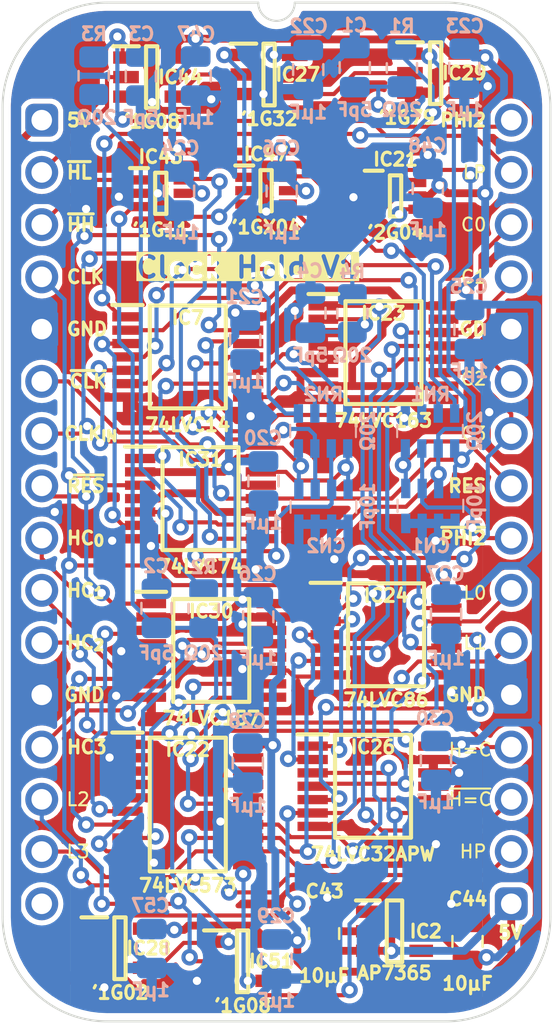
<source format=kicad_pcb>
(kicad_pcb (version 20240108) (generator "pcbnew") (generator_version "8.0")
  (title_block (title "W65C816 Clock Hold") (date "2024-01-30") (rev "V1"))
  (layers (0 "F.Cu" signal) (31 "B.Cu" signal) (34 "B.Paste" user) (35 "F.Paste" user) (36 "B.SilkS" user "B.Silkscreen") (37 "F.SilkS" user "F.Silkscreen") (38 "B.Mask" user) (39 "F.Mask" user) (44 "Edge.Cuts" user))
  (net 0 "")
  (net 1 "GND")
  (net 2 "5V")
  (net 3 "PHI2")
  (net 4 "~{PHI2}")
  (net 5 "Reset")
  (net 6 "~{Reset}")
  (net 7 "Net-(IC21A-1Y)")
  (net 8 "~{CLK}")
  (net 9 "HC Latch_{3}")
  (net 10 "HC Latch_{2}")
  (net 11 "HC Latch_{1}")
  (net 12 "HC Latch_{0}")
  (net 13 "~{HC=CC}")
  (net 14 "Clk Count_{3}")
  (net 15 "Clk Count_{2}")
  (net 16 "Clk Count_{1}")
  (net 17 "Clk Count_{0}")
  (net 18 "HC=CC")
  (net 19 "CLK")
  (net 20 "Hold Count_{0}D")
  (net 21 "Hold Count_{1}D")
  (net 22 "Hold Count_{2}D")
  (net 23 "Hold Count_{3}D")
  (net 24 "CLK High Pulse")
  (net 25 "CLK Low Pulse")
  (net 26 "~{Hold High}")
  (net 28 "~{Hold Low}")
  (net 31 "CLK_{IN}")
  (net 32 "/3.3V")
  (net 34 "/CLK L.P.")
  (net 35 "/~{CLK Low Reset Pulse}")
  (net 36 "/~{CLK Low Pulse}")
  (net 37 "/~{CLK High Reset Pulse}")
  (net 38 "/CLK H.P.")
  (net 39 "/~{CLK High Pulse}")
  (net 40 "/~{CLK}_{DRAGGED}")
  (net 41 "/Hold Count_{0}")
  (net 42 "/Hold Count_{1}")
  (net 43 "/Hold Count_{2}")
  (net 44 "/Hold Count_{3}")
  (net 45 "/Latch CHC")
  (net 46 "/~{HC_{0}=CC_{0}}")
  (net 47 "/~{HC_{1}=CC_{1}}")
  (net 48 "/~{HC_{2}=CC_{2}}")
  (net 49 "/~{HC_{3}=CC_{3}}")
  (net 50 "/~{HC_{L}=CC_{L}}")
  (net 51 "/~{HC_{H}=CC_{H}}")
  (net 52 "/~{Hold High}·CLK High Pulse·HC=CC")
  (net 53 "/~{Hold Low}·CLK Low Pulse")
  (net 54 "/High Pulse+Low Pulse")
  (net 60 "/~{CLK High Reset Pulse}_{s}")
  (net 61 "/~{CLK Low Reset Pulse}_{s}")
  (net 62 "/CLK H.P._{s}")
  (net 63 "/CLK L.P._{s}")
  (net 64 "Net-(IC7A-1Y)")
  (net 65 "Net-(IC7F-6Y)")
  (net 66 "Net-(IC47-~{Y})")
  (net 67 "Net-(IC47-Y)")
  (net 68 "/PHI2_{f}")
  (net 69 "/CLK High Pulse_{f}")
  (net 70 "/CLK Low Pulse_{f}")
  (net 71 "/~{CLK}_{DRAGGEDs}")
  (footprint "SamacSys_Parts:SOP65P210X110-6N" (layer "F.Cu") (at 97.282 74.549)
    (property "Reference" "IC47")
    (property "Value" "74LVC1GX04GW,125" (hide yes))
  )
  (footprint "SamacSys_Parts:DIP-32_Board_W22.86mm" (layer "F.Cu") (at 86.36 71.12)
    (property "Reference" "J1" (hide yes))
    (property "Value" "Conn_02x16_Counter_Clockwise" (hide yes))
    (fp_line (start -1.905 -0.635) (end -1.905 38.735) (stroke (width 0.1)) (layer "Edge.Cuts"))
    (fp_line (start 10.541 -5.715) (end 3.175 -5.715) (stroke (width 0.1)) (layer "Edge.Cuts"))
    (fp_line (start 19.685 -5.715) (end 12.319 -5.715) (stroke (width 0.1)) (layer "Edge.Cuts"))
    (fp_line (start 19.685 43.815) (end 3.175 43.815) (stroke (width 0.1)) (layer "Edge.Cuts"))
    (fp_line (start 24.765 38.735) (end 24.765 -0.635) (stroke (width 0.1)) (layer "Edge.Cuts"))
    (fp_arc (start -1.905 -0.635) (mid -0.417102 -4.227102) (end 3.175 -5.715) (stroke (width 0.1)) (layer "Edge.Cuts"))
    (fp_arc (start 3.175 43.815) (mid -0.417102 42.327102) (end -1.905 38.735) (stroke (width 0.1)) (layer "Edge.Cuts"))
    (fp_arc (start 12.319 -5.715) (mid 11.43 -4.826) (end 10.541 -5.715) (stroke (width 0.1)) (layer "Edge.Cuts"))
    (fp_arc (start 19.685 -5.715) (mid 23.277102 -4.227102) (end 24.765 -0.635) (stroke (width 0.1)) (layer "Edge.Cuts"))
    (fp_arc (start 24.765 38.735) (mid 23.277102 42.327102) (end 19.685 43.815) (stroke (width 0.1)) (layer "Edge.Cuts"))
  )
  (footprint "SamacSys_Parts:SOT95P275X110-5N" (layer "F.Cu") (at 90.17 111.379)
    (property "Reference" "IC28")
    (property "Value" "74LVC1G02GV,125" (hide yes))
  )
  (footprint "SamacSys_Parts:SOP65P640X110-14N" (layer "F.Cu") (at 102.489 103.505)
    (property "Reference" "IC26")
    (property "Value" "74LVC32APW,118" (hide yes))
  )
  (footprint "SamacSys_Parts:SOP65P640X110-14N" (layer "F.Cu") (at 94.09 89.52)
    (property "Reference" "IC31")
    (property "Value" "74LVC74APW,118" (hide yes))
  )
  (footprint "SamacSys_Parts:SOP65P640X110-16N" (layer "F.Cu") (at 94.615 96.901)
    (property "Reference" "IC30")
    (property "Value" "74LVC157APW,118" (hide yes))
  )
  (footprint "SamacSys_Parts:SOP65P640X110-20N" (layer "F.Cu") (at 93.472 104.394)
    (property "Reference" "IC22")
    (property "Value" "74LVC573APW,118" (hide yes))
  )
  (footprint "SamacSys_Parts:SOP65P210X110-6N" (layer "F.Cu") (at 103.586 74.803)
    (property "Reference" "IC21")
    (property "Value" "74LVC2G04GW-Q100H" (hide yes))
  )
  (footprint "SamacSys_Parts:SOT95P275X110-5N" (layer "F.Cu") (at 105.537 68.834)
    (property "Reference" "IC29")
    (property "Value" "74LVC1G79GV,125" (hide yes))
  )
  (footprint "SamacSys_Parts:SOT95P275X110-5N" (layer "F.Cu") (at 97.429 68.9)
    (property "Reference" "IC27")
    (property "Value" "74LVC1G32GV,125" (hide yes))
  )
  (footprint "SamacSys_Parts:C_0805" (layer "F.Cu") (at 107.091 111.064)
    (property "Reference" "C44")
    (property "Value" "10μF")
  )
  (footprint "SamacSys_Parts:SOP65P210X110-6N" (layer "F.Cu") (at 92.156 74.676)
    (property "Reference" "IC43")
    (property "Value" "74LVC1G11GW-Q100H" (hide yes))
  )
  (footprint "SamacSys_Parts:SOP65P640X110-14N" (layer "F.Cu") (at 93.472 82.632)
    (property "Reference" "IC7")
    (property "Value" "SN74LVC14APWRG4 " (hide yes))
  )
  (footprint "SamacSys_Parts:SOP65P640X120-14N" (layer "F.Cu") (at 103.124 96.139)
    (property "Reference" "IC24")
    (property "Value" "SN74LVC86APWR" (hide yes))
  )
  (footprint "SamacSys_Parts:SOT95P275X110-5N" (layer "F.Cu") (at 96.139 112.014)
    (property "Reference" "IC51")
    (property "Value" "74LVC1G08GV,125" (hide yes))
  )
  (footprint "SamacSys_Parts:SOT95P285X130-5N" (layer "F.Cu") (at 103.535 110.556)
    (property "Reference" "IC2")
    (property "Value" "AP7365-33WG-7" (hide yes))
  )
  (footprint "SamacSys_Parts:C_0805" (layer "F.Cu") (at 100.106 110.683)
    (property "Reference" "C43")
    (property "Value" "10μF")
  )
  (footprint "SamacSys_Parts:SOP65P640X110-16N" (layer "F.Cu") (at 102.997 82.423)
    (property "Reference" "IC23")
    (property "Value" "74LVC163PW,118" (hide yes))
  )
  (footprint "SamacSys_Parts:SOT95P275X110-5N" (layer "F.Cu") (at 91.714 69.027)
    (property "Reference" "IC44")
    (property "Value" "74LVC1G08GV,125" (hide yes))
  )
  (footprint "SamacSys_Parts:CA0612KRX7R9BB100" (layer "B.Cu") (at 105.283 89.877 -90)
    (property "Reference" "CN1")
    (property "Value" "CA0612KRX7R9BB100" (hide yes))
  )
  (footprint "SamacSys_Parts:C_0805" (layer "B.Cu") (at 91.711 111.379)
    (property "Reference" "C57")
    (property "Value" "1μF")
  )
  (footprint "SamacSys_Parts:C_0805" (layer "B.Cu") (at 106.045 95.123)
    (property "Reference" "C27")
    (property "Value" "1μF")
  )
  (footprint "SamacSys_Parts:C_0805" (layer "B.Cu") (at 99.441 80.518 180)
    (property "Reference" "C4")
    (property "Value" "5pF")
  )
  (footprint "SamacSys_Parts:C_0805" (layer "B.Cu") (at 106.934 68.58)
    (property "Reference" "C23")
    (property "Value" "1μF")
  )
  (footprint "SamacSys_Parts:PinHeader_1x16_P2.54mm_Vertical" (layer "B.Cu") (at 86.36 71.12 180)
    (property "Reference" "J3" (hide yes))
    (property "Value" "Pin_Header_01x16")
  )
  (footprint "SamacSys_Parts:R_0805" (layer "B.Cu") (at 94.234 94.869 180)
    (property "Reference" "R2")
    (property "Value" "20Ω")
  )
  (footprint "SamacSys_Parts:C_0805" (layer "B.Cu") (at 107.188 81.28)
    (property "Reference" "C25")
    (property "Value" "1μF")
  )
  (footprint "SamacSys_Parts:R_0805" (layer "B.Cu") (at 88.9 68.961)
    (property "Reference" "R3")
    (property "Value" "20Ω")
  )
  (footprint "SamacSys_Parts:C_0805" (layer "B.Cu") (at 96.901 95.25)
    (property "Reference" "C26")
    (property "Value" "1μF")
  )
  (footprint "SamacSys_Parts:C_0805" (layer "B.Cu") (at 105.156 74.422)
    (property "Reference" "C48")
    (property "Value" "1μF")
  )
  (footprint "SamacSys_Parts:CAY16-F4" (layer "B.Cu") (at 105.283 86.233 90)
    (property "Reference" "RN1")
    (property "Value" "CAY16-151J4LF" (hide yes))
  )
  (footprint "SamacSys_Parts:C_0805" (layer "B.Cu") (at 91.948 94.869 180)
    (property "Reference" "C2")
    (property "Value" "5pF")
  )
  (footprint "SamacSys_Parts:C_0805" (layer "B.Cu") (at 91.186 68.961)
    (property "Reference" "C3")
    (property "Value" "5pF")
  )
  (footprint "SamacSys_Parts:CAY16-F4" (layer "B.Cu") (at 100.076 86.233 90)
    (property "Reference" "RN2")
    (property "Value" "CAY16-151J4LF" (hide yes))
  )
  (footprint "SamacSys_Parts:C_0805" (layer "B.Cu") (at 99.334 68.646)
    (property "Reference" "C22")
    (property "Value" "1μF")
  )
  (footprint "SamacSys_Parts:C_0805" (layer "B.Cu") (at 93.853 68.961)
    (property "Reference" "C47")
    (property "Value" "1μF")
  )
  (footprint "SamacSys_Parts:C_0805" (layer "B.Cu") (at 97.155 88.646)
    (property "Reference" "C20")
    (property "Value" "1μF")
  )
  (footprint "SamacSys_Parts:C_0805" (layer "B.Cu") (at 93.045 74.549)
    (property "Reference" "C24")
    (property "Value" "1μF")
  )
  (footprint "SamacSys_Parts:R_0805" (layer "B.Cu") (at 103.886 68.58 180)
    (property "Reference" "R1")
    (property "Value" "20Ω")
  )
  (footprint "SamacSys_Parts:C_0805" (layer "B.Cu") (at 105.554 102.235)
    (property "Reference" "C30")
    (property "Value" "1μF")
  )
  (footprint "SamacSys_Parts:PinHeader_1x16_P2.54mm_Vertical" (layer "B.Cu") (at 109.22 71.12 180)
    (property "Reference" "J2" (hide yes))
    (property "Value" "Pin_Header_01x16")
  )
  (footprint "SamacSys_Parts:C_0805" (layer "B.Cu") (at 101.6 68.58 180)
    (property "Reference" "C1")
    (property "Value" "5pF")
  )
  (footprint "SamacSys_Parts:R_0805" (layer "B.Cu") (at 101.473 80.518 180)
    (property "Reference" "R4")
    (property "Value" "20Ω")
  )
  (footprint "SamacSys_Parts:C_0805" (layer "B.Cu") (at 98.044 74.549)
    (property "Reference" "C56")
    (property "Value" "1μF")
  )
  (footprint "SamacSys_Parts:CA0612KRX7R9BB100" (layer "B.Cu") (at 100.076 89.916 -90)
    (property "Reference" "CN2")
    (property "Value" "CA0612KRX7R9BB100" (hide yes))
  )
  (footprint "SamacSys_Parts:C_0805" (layer "B.Cu") (at 96.266 81.788)
    (property "Reference" "C21")
    (property "Value" "1μF")
  )
  (footprint "SamacSys_Parts:C_0805" (layer "B.Cu") (at 96.393 102.362)
    (property "Reference" "C28")
    (property "Value" "1μF")
  )
  (footprint "SamacSys_Parts:C_0805" (layer "B.Cu") (at 97.79 111.887)
    (property "Reference" "C29")
    (property "Value" "1μF")
  )
  (gr_text "HC3" (at 87.503 101.6 0) (layer "F.SilkS") (effects (font (size 0.635 0.635)) (justify left)))
  (gr_text "GD" (at 108.077 81.28 0) (layer "F.SilkS") (effects (font (size 0.635 0.635)) (justify right)))
  (gr_text "GND" (at 87.503 81.28 0) (layer "F.SilkS") (effects (font (size 0.635 0.635)) (justify left)))
  (gr_text "~{HH}" (at 87.503 76.2 0) (layer "F.SilkS") (effects (font (size 0.635 0.635)) (justify left)))
  (gr_text "~{RES}" (at 87.503 88.9 0) (layer "F.SilkS") (effects (font (size 0.635 0.635)) (justify left)))
  (gr_text "C3" (at 108.077 86.36 0) (layer "F.SilkS") (effects (font (size 0.635 0.635) (thickness 0.1)) (justify right)))
  (gr_text "5V" (at 87.503 71.12 0) (layer "F.SilkS") (effects (font (size 0.635 0.635)) (justify left)))
  (gr_text "~{H=C}" (at 108.331 104.14 0) (layer "F.SilkS") (effects (font (size 0.635 0.635) (thickness 0.1)) (justify right)))
  (gr_text "C1" (at 108.077 78.74 0) (layer "F.SilkS") (effects (font (size 0.635 0.635) (thickness 0.1)) (justify right)))
  (gr_text "RES" (at 108.077 88.9 0) (layer "F.SilkS") (effects (font (size 0.635 0.635)) (justify right)))
  (gr_text "~{CLK}" (at 87.63 83.82 0) (layer "F.SilkS") (effects (font (size 0.635 0.635) (thickness 0.15) (bold yes)) (justify left)))
  (gr_text "CLK" (at 87.503 78.74 0) (layer "F.SilkS") (effects (font (size 0.635 0.635)) (justify left)))
  (gr_text "C2" (at 108.077 83.693 0) (layer "F.SilkS") (effects (font (size 0.635 0.635) (thickness 0.1)) (justify right)))
  (gr_text "C0" (at 108.077 76.2 0) (layer "F.SilkS") (effects (font (size 0.635 0.635) (thickness 0.1)) (justify right)))
  (gr_text "~{PHI2}" (at 108.077 91.44 0) (layer "F.SilkS") (effects (font (size 0.635 0.635)) (justify right)))
  (gr_text "HP" (at 108.077 106.68 0) (layer "F.SilkS") (effects (font (size 0.635 0.635) (thickness 0.1)) (justify right)))
  (gr_text "GND" (at 87.376 99.06 0) (layer "F.SilkS") (effects (font (size 0.635 0.635)) (justify left)))
  (gr_text "5V" (at 109.855 110.617 0) (layer "F.SilkS") (effects (font (size 0.635 0.635)) (justify right)))
  (gr_text "GND" (at 108.077 99.06 0) (layer "F.SilkS") (effects (font (size 0.635 0.635)) (justify right)))
  (gr_text "PHI2" (at 108.077 71.12 0) (layer "F.SilkS") (effects (font (size 0.635 0.635)) (justify right)))
  (gr_text "~{HL}" (at 87.503 73.66 0) (layer "F.SilkS") (effects (font (size 0.635 0.635)) (justify left)))
  (gr_text "Clock Hold V1" (at 96.393 78.867 0) (layer "F.SilkS" knockout) (effects (font (size 1 1) (thickness 0.2) (bold yes)) (justify bottom)))
  (gr_text "HC_{2}\n" (at 87.503 96.52 0) (layer "F.SilkS") (effects (font (size 0.635 0.635)) (justify left)))
  (gr_text "HC_{1}\n" (at 87.503 93.98 0) (layer "F.SilkS") (effects (font (size 0.635 0.635)) (justify left)))
  (gr_text "HC_{0}\n" (at 87.503 91.44 0) (layer "F.SilkS") (effects (font (size 0.635 0.635)) (justify left)))
  (gr_text "H=C" (at 108.331 101.727 0) (layer "F.SilkS") (effects (font (size 0.635 0.635) (thickness 0.1)) (justify right)))
  (gr_text "LP" (at 108.077 73.66 0) (layer "F.SilkS") (effects (font (size 0.635 0.635) (thickness 0.1)) (justify right)))
  (gr_text "L2" (at 87.503 104.14 0) (layer "F.SilkS") (effects (font (size 0.635 0.635) (thickness 0.1)) (justify left)))
  (gr_text "L1" (at 108.077 96.52 0) (layer "F.SilkS") (effects (font (size 0.635 0.635) (thickness 0.1)) (justify right)))
  (gr_text "CLK_{IN}" (at 87.376 86.36 0) (layer "F.SilkS") (effects (font (size 0.635 0.635)) (justify left)))
  (gr_text "L0" (at 108.077 94.107 0) (layer "F.SilkS") (effects (font (size 0.635 0.635) (thickness 0.1)) (justify right)))
  (gr_text "L3" (at 87.503 106.68 0) (layer "F.SilkS") (effects (font (size 0.635 0.635) (thickness 0.1)) (justify left)))
  (segment (start 110.41 100.25) (end 110.41 102.092915) (width 0.38) (layer "F.Cu") (net 1))
  (segment (start 89.368771 84.582) (end 90.534 84.582) (width 0.38) (layer "F.Cu") (net 1))
  (segment (start 89.281 74.803) (end 88.646 75.438) (width 0.38) (layer "F.Cu") (net 1))
  (segment (start 94.8685 84.422) (end 95.2825 84.836) (width 0.38) (layer "F.Cu") (net 1))
  (segment (start 100.072 82.748) (end 100.072 83.398) (width 0.38) (layer "F.Cu") (net 1))
  (segment (start 90.534 103.419) (end 90.534 102.769) (width 0.38) (layer "F.Cu") (net 1))
  (segment (start 97.154998 69.85) (end 97.155 69.850002) (width 0.38) (layer "F.Cu") (net 1))
  (segment (start 89.408 113.284) (end 89.408 112.817) (width 0.38) (layer "F.Cu") (net 1))
  (segment (start 86.36 81.573229) (end 89.368771 84.582) (width 0.38) (layer "F.Cu") (net 1))
  (segment (start 102.845602 93.193602) (end 101.33195 93.193602) (width 0.38) (layer "F.Cu") (net 1))
  (segment (start 105.982 69.094) (end 107.702 69.094) (width 0.38) (layer "F.Cu") (net 1))
  (segment (start 91.69 97.226) (end 90.52105 97.226) (width 0.38) (layer "F.Cu") (net 1))
  (segment (start 93.979 70.667) (end 92.159 70.667) (width 0.38) (layer "F.Cu") (net 1))
  (segment (start 98.957 83.408) (end 98.967 83.398) (width 0.38) (layer "F.Cu") (net 1))
  (segment (start 97.54 95.276) (end 98.391 95.276) (width 0.38) (layer "F.Cu") (net 1))
  (segment (start 98.967 83.398) (end 100.072 83.398) (width 0.38) (layer "F.Cu") (net 1))
  (segment (start 100.113887 84.739887) (end 104.265496 84.739887) (width 0.38) (layer "F.Cu") (net 1))
  (segment (start 108.03 85.432056) (end 108.03 86.852915) (width 0.38) (layer "F.Cu") (net 1))
  (segment (start 89.962921 99.088004) (end 89.98385 99.108933) (width 0.38) (layer "F.Cu") (net 1))
  (segment (start 92.080544 104.069) (end 90.534 104.069) (width 0.38) (layer "F.Cu") (net 1))
  (segment (start 97.54 95.926) (end 97.54 95.276) (width 0.38) (layer "F.Cu") (net 1))
  (segment (start 90.534 102.769) (end 90.534 102.119) (width 0.38) (layer "F.Cu") (net 1))
  (segment (start 98.679 81.16) (end 98.967 81.448) (width 0.38) (layer "F.Cu") (net 1))
  (segment (start 105.994994 108.915994) (end 100.260075 108.915994) (width 0.38) (layer "F.Cu") (net 1))
  (segment (start 107.145349 76.591736) (end 108.760085 74.977) (width 0.38) (layer "F.Cu") (net 1))
  (segment (start 96.22 74.549) (end 97.0375 74.549) (width 0.38) (layer "F.Cu") (net 1))
  (segment (start 100.106 109.070069) (end 100.260075 108.915994) (width 0.38) (layer "F.Cu") (net 1))
  (segment (start 108.727085 87.55) (end 109.648 87.55) (width 0.38) (layer "F.Cu") (net 1))
  (segment (start 103.53 93.878) (end 102.845602 93.193602) (width 0.38) (layer "F.Cu") (net 1))
  (segment (start 92.749771 106.293149) (end 91.821 107.22192) (width 0.38) (layer "F.Cu") (net 1))
  (segment (start 92.013 74.675972) (end 92.013 73.7885) (width 0.38) (layer "F.Cu") (net 1))
  (segment (start 110.41 75.532) (end 110.41 80.09) (width 0.38) (layer "F.Cu") (net 1))
  (segment (start 101.536505 75.697541) (end 102.4307 76.591736) (width 0.38) (layer "F.Cu") (net 1))
  (segment (start 94.615 70.104) (end 94.542 70.104) (width 0.38) (layer "F.Cu") (net 1))
  (segment (start 90.115123 74.843488) (end 90.074635 74.803) (width 0.38) (layer "F.Cu") (net 1))
  (segment (start 110.41 70.627085) (end 109.248839 69.465924) (width 0.38) (layer "F.Cu") (net 1))
  (segment (start 89.886 91.47) (end 89.789 91.567) (width 0.38) (layer "F.Cu") (net 1))
  (segment (start 93.21254 105.200996) (end 92.080544 104.069) (width 0.38) (layer "F.Cu") (net 1))
  (segment (start 88.646 75.438) (end 88.519 75.438) (width 0.38) (layer "F.Cu") (net 1))
  (segment (start 107.702 69.094) (end 108.073924 69.465924) (width 0.38) (layer "F.Cu") (net 1))
  (segment (start 96.179 69.85) (end 94.869 69.85) (width 0.38) (layer "F.Cu") (net 1))
  (segment (start 98.967 81.448) (end 100.072 81.448) (width 0.38) (layer "F.Cu") (net 1))
  (segment (start 91.152 91.47) (end 89.886 91.47) (width 0.38) (layer "F.Cu") (net 1))
  (segment (start 91.69 97.226) (end 92.639678 97.226) (width 0.38) (layer "F.Cu") (net 1))
  (segment (start 87.55 80.09) (end 86.36 81.28) (width 0.38) (layer "F.Cu") (net 1))
  (segment (start 104.287 69.784) (end 105.292 69.784) (width 0.38) (layer "F.Cu") (net 1))
  (segment (start 110.49 82.55) (end 109.22 81.28) (width 0.38) (layer "F.Cu") (net 1))
  (segment (start 93.21254 105.200996) (end 92.749771 105.663765) (width 0.38) (layer "F.Cu") (net 1))
  (segment (start 92.012972 74.676) (end 92.013 74.675972) (width 0.38) (layer "F.Cu") (net 1))
  (segment (start 98.967 84.698) (end 98.957 84.688) (width 0.38) (layer "F.Cu") (net 1))
  (segment (start 93.124944 85.187) (end 93.889944 84.422) (width 0.38) (layer "F.Cu") (net 1))
  (segment (start 103.53 97.350612) (end 103.53 93.878) (width 0.38) (layer "F.Cu") (net 1))
  (segment (start 109.855 74.977) (end 110.41 75.532) (width 0.38) (layer "F.Cu") (net 1))
  (segment (start 90.115123 74.843488) (end 90.282611 74.676) (width 0.38) (layer "F.Cu") (net 1))
  (segment (start 100.072 82.098) (end 100.072 82.748) (width 0.38) (layer "F.Cu") (net 1))
  (segment (start 109.712915 90.09) (end 107.013992 90.09) (width 0.38) (layer "F.Cu") (net 1))
  (segment (start 90.534 84.582) (end 91.139 85.187) (width 0.38) (layer "F.Cu") (net 1))
  (segment (start 95.760978 85.511377) (end 96.527401 85.511377) (width 0.38) (layer "F.Cu") (net 1))
  (segment (start 100.186 98.089) (end 102.616 98.089) (width 0.38) (layer "F.Cu") (net 1))
  (segment (start 86.388004 99.088004) (end 89.962921 99.088004) (width 0.38) (layer "F.Cu") (net 1))
  (segment (start 98.34505 97.876) (end 98.64005 98.171) (width 0.2) (layer "F.Cu") (net 1))
  (segment (start 92.159 70.667) (end 91.469 69.977) (width 0.38) (layer "F.Cu") (net 1))
  (segment (start 108.146609 85.315447) (end 108.03 85.432056) (width 0.38) (layer "F.Cu") (net 1))
  (segment (start 96.647 93.091) (end 92.948065 93.091) (width 0.38) (layer "F.Cu") (net 1))
  (segment (start 95.2825 84.836) (end 95.2825 85.032899) (width 0.38) (layer "F.Cu") (net 1))
  (segment (start 91.094 74.676) (end 92.012972 74.676) (width 0.38) (layer "F.Cu") (net 1))
  (segment (start 90.050917 99.176) (end 89.98385 99.108933) (width 0.38) (layer "F.Cu") (net 1))
  (segment (start 100.106 109.717) (end 100.945 110.556) (width 0.38) (layer "F.Cu") (net 1))
  (segment (start 87.63 90.17) (end 89.027 91.567) (width 0.38) (layer "F.Cu") (net 1))
  (segment (start 100.072 81.448) (end 100.072 82.098) (width 0.38) (layer "F.Cu") (net 1))
  (segment (start 109.22 99.06) (end 110.41 100.25) (width 0.38) (layer "F.Cu") (net 1))
  (segment (start 102.382208 106.319208) (end 105.552742 106.319208) (width 0.38) (layer "F.Cu") (net 1))
  (segment (start 97.0375 74.549) (end 97.288659 74.800159) (width 0.38) (layer "F.Cu") (net 1))
  (segment (start 100.945 110.556) (end 102.235 110.556) (width 0.38) (layer "F.Cu") (net 1))
  (segment (start 102.616 98.089) (end 103.691327 99.164327) (width 0.38) (layer "F.Cu") (net 1))
  (segment (start 100.605306 92.421504) (end 101.459822 91.566988) (width 0.38) (layer "F.Cu") (net 1))
  (segment (start 109.712915 87.55) (end 110.49 86.772915) (width 0.38) (layer "F.Cu") (net 1))
  (segment (start 90.534 107.319) (end 91.72392 107.319) (width 0.38) (layer "F.Cu") (net 1))
  (segment (start 100.605306 92.466958) (end 100.605306 92.421504) (width 0.38) (layer "F.Cu") (net 1))
  (segment (start 109.248839 69.465924) (end 108.073924 69.465924) (width 0.38) (layer "F.Cu") (net 1))
  (segment (start 108.03 86.852915) (end 108.727085 87.55) (width 0.38) (layer "F.Cu") (net 1))
  (segment (start 107.091 110.080756) (end 106.299 109.288756) (width 0.38) (layer "F.Cu") (net 1))
  (segment (start 101.60001 74.803) (end 101.536505 74.866505) (width 0.38) (layer "F.Cu") (net 1))
  (segment (start 102.4307 76.591736) (end 107.145349 76.591736) (width 0.38) (layer "F.Cu") (net 1))
  (segment (start 106.299 109.22) (end 105.994994 108.915994) (width 0.38) (layer "F.Cu") (net 1))
  (segment (start 105.292 69.784) (end 105.982 69.094) (width 0.38) (layer "F.Cu") (net 1))
  (segment (start 98.679 80.391) (end 98.679 81.16) (width 0.38) (layer "F.Cu") (net 1))
  (segment (start 90.52105 97.226) (end 90.23241 96.93736) (width 0.38) (layer "F.Cu") (net 1))
  (segment (start 90.534 104.069) (end 90.534 103.419) (width 0.38) (layer "F.Cu") (net 1))
  (segment (start 91.327065 91.47) (end 91.678065 91.821) (width 0.38) (layer "F.Cu") (net 1))
  (segment (start 91.72392 107.319) (end 91.821 107.22192) (width 0.38) (layer "F.Cu") (net 1))
  (segment (start 104.841056 85.315447) (end 108.146609 85.315447) (width 0.38) (layer "F.Cu") (net 1))
  (segment (start 96.049998 97.883) (end 96.126052 97.806946) (width 0.38) (layer "F.Cu") (net 1))
  (segment (start 89.027 91.567) (end 89.789 91.567) (width 0.38) (layer "F.Cu") (net 1))
  (segment (start 109.647915 102.855) (end 106.680002 102.855) (width 0.38) (layer "F.Cu") (net 1))
  (segment (start 95.2825 85.032899) (end 95.760978 85.511377) (width 0.38) (layer "F.Cu") (net 1))
  (segment (start 94.542 70.104) (end 93.979 70.667) (width 0.38) (layer "F.Cu") (net 1))
  (segment (start 93.9175 112.964) (end 93.9165 112.965) (width 0.38) (layer "F.Cu") (net 1))
  (segment (start 97.54 97.876) (end 98.34505 97.876) (width 0.2) (layer "F.Cu") (net 1))
  (segment (start 88.519 75.438) (end 88.519 75.565) (width 0.38) (layer "F.Cu") (net 1))
  (segment (start 104.265496 84.739887) (end 104.841056 85.315447) (width 0.38) (layer "F.Cu") (net 1))
  (segment (start 93.296678 97.883) (end 96.049998 97.883) (width 0.38) (layer "F.Cu") (net 1))
  (segment (start 91.469 69.977) (end 90.464 69.977) (width 0.38) (layer "F.Cu") (net 1))
  (segment (start 96.774 92.964) (end 96.647 93.091) (width 0.38) (layer "F.Cu") (net 1))
  (segment (start 106.299 109.288756) (end 106.299 109.22) (width 0.38) (layer "F.Cu") (net 1))
  (segment (start 98.64005 98.171) (end 100.104 98.171) (width 0.2) (layer "F.Cu") (net 1))
  (segment (start 99.586 105.49) (end 101.553 105.49) (width 0.38) (layer "F.Cu") (net 1))
  (segment (start 97.54 95.276) (end 96.494 95.276) (width 0.38) (layer "F.Cu") (net 1))
  (segment (start 96.527401 85.511377) (end 97.114623 85.511377) (width 0.38) (layer "F.Cu") (net 1))
  (segment (start 89.662012 102.108) (end 90.523 102.108) (width 0.38) (layer "F.Cu") (net 1))
  (segment (start 92.013 73.7885) (end 92.5225 73.279) (width 0.38) (layer "F.Cu") (net 1))
  (segment (start 110.41 102.092915) (end 109.647915 102.855) (width 0.38) (layer "F.Cu") (net 1))
  (segment (start 97.288659 74.800159) (end 97.288659 75.562031) (width 0.38) (layer "F.Cu") (net 1))
  (segment (start 108.760085 74.977) (end 109.855 74.977) (width 0.38) (layer "F.Cu") (net 1))
  (segment (start 86.995 90.17) (end 87.63 90.17) (width 0.38) (layer "F.Cu") (net 1))
  (segment (start 97.938 84.688) (end 98.957 84.688) (width 0.38) (layer "F.Cu") (net 1))
  (segment (start 110.41 80.09) (end 109.22 81.28) (width 0.38) (layer "F.Cu") (net 1))
  (segment (start 95.061 105.219506) (end 95.04249 105.200996) (width 0.38) (layer "F.Cu") (net 1))
  (segment (start 109.648 87.55) (end 109.712915 87.55) (width 0.38) (layer "F.Cu") (net 1))
  (segment (start 92.749771 105.663765) (end 92.749771 106.293149) (width 0.38) (layer "F.Cu") (net 1))
  (segment (start 92.948065 93.091) (end 91.678065 91.821) (width 0.38) (layer "F.Cu") (net 1))
  (segment (start 92.5225 73.279) (end 99.949 73.279) (width 0.38) (layer "F.Cu") (net 1))
  (segment (start 96.195106 97.876) (end 96.126052 97.806946) (width 0.38) (layer "F.Cu") (net 1))
  (segment (start 109.648 87.55) (end 110.41 88.312) (width 0.38) (layer "F.Cu") (net 1))
  (segment (start 94.869 69.85) (end 94.615 70.104) (width 0.38) (layer "F.Cu") (net 1))
  (segment (start 102.616 98.089) (end 102.791612 98.089) (width 0.38) (layer "F.Cu") (net 1))
  (segment (start 97.54 97.876) (end 96.195106 97.876) (width 0.38) (layer "F.Cu") (net 1))
  (segment (start 102.524 74.803) (end 101.60001 74.803) (width 0.38) (layer "F.Cu") (net 1))
  (segment (start 91.139 85.187) (end 93.124944 85.187) (width 0.38) (layer "F.Cu") (net 1))
  (segment (start 106.299 98.933) (end 109.093 98.933) (width 0.38) (layer "F.Cu") (net 1))
  (segment (start 100.072 84.698) (end 98.967 84.698) (width 0.38) (layer "F.Cu") (net 1))
  (segment (start 101.553 105.49) (end 102.382208 106.319208) (width 0.38) (layer "F.Cu") (net 1))
  (segment (start 93.889944 84.422) (end 94.8685 84.422) (width 0.38) (layer "F.Cu") (net 1))
  (segment (start 95.04249 105.200996) (end 93.21254 105.200996) (width 0.38) (layer "F.Cu") (net 1))
  (segment (start 98.391 95.276) (end 98.679 94.988) (width 0.38) (layer "F.Cu") (net 1))
  (segment (start 89.408 112.817) (end 88.92 112.329) (width 0.38) (layer "F.Cu") (net 1))
  (segment (start 109.855 74.977) (end 110.41 74.422) (width 0.38) (layer "F.Cu") (net 1))
  (segment (start 97.114623 85.511377) (end 97.938 84.688) (width 0.38) (layer "F.Cu") (net 1))
  (segment (start 105.427 102.855) (end 106.680002 102.855) (width 0.38) (layer "F.Cu") (net 1))
  (segment (start 98.679 94.988) (end 98.679 94.107) (width 0.38) (layer "F.Cu") (net 1))
  (segment (start 110.49 86.772915) (end 110.49 82.55) (width 0.38) (layer "F.Cu") (net 1))
  (segment (start 107.013992 90.09) (end 105.537004 91.566988) (width 0.38) (layer "F.Cu") (net 1))
  (segment (start 110.41 88.312) (end 110.41 89.392915) (width 0.38) (layer "F.Cu") (net 1))
  (segment (start 96.494 95.276) (end 96.139 95.631) (width 0.38) (layer "F.Cu") (net 1))
  (segment (start 100.072 84.698) (end 100.113887 84.739887) (width 0.38) (layer "F.Cu") (net 1))
  (segment (start 100.106 109.717) (end 100.106 109.070069) (width 0.38) (layer "F.Cu") (net 1))
  (segment (start 91.623102 99.176) (end 90.050917 99.176) (width 0.38) (layer "F.Cu") (net 1))
  (segment (start 96.179 69.85) (end 97.154998 69.85) (width 0.38) (layer "F.Cu") (net 1))
  (segment (start 110.41 74.422) (end 110.41 70.627085) (width 0.38) (layer "F.Cu") (net 1))
  (segment (start 90.074635 74.803) (end 89.281 74.803) (width 0.38) (layer "F.Cu") (net 1))
  (segment (start 100.319042 92.466958) (end 100.605306 92.466958) (width 0.38) (layer "F.Cu") (net 1))
  (segment (start 101.536505 74.866505) (end 101.536505 75.697541) (width 0.38) (layer "F.Cu") (net 1))
  (segment (start 90.534 102.362) (end 90.534 101.469) (width 0.38) (layer "F.Cu") (net 1))
  (segment (start 90.534 102.119) (end 90.534 102.362) (width 0.38) (layer "F.Cu") (net 1))
  (segment (start 98.679 94.107) (end 100.319042 92.466958) (width 0.38) (layer "F.Cu") (net 1))
  (segment (start 92.639678 97.226) (end 93.296678 97.883) (width 0.38) (layer "F.Cu") (net 1))
  (segment (start 98.957 84.688) (end 98.957 83.408) (width 0.38) (layer "F.Cu") (net 1))
  (segment (start 106.067673 99.164327) (end 106.299 98.933) (width 0.38) (layer "F.Cu") (net 1))
  (segment (start 103.691327 99.164327) (end 106.067673 99.164327) (width 0.38) (layer "F.Cu") (net 1))
  (segment (start 101.459822 91.566988) (end 105.537004 91.566988) (width 0.38) (layer "F.Cu") (net 1))
  (segment (start 110.41 89.392915) (end 109.712915 90.09) (width 0.38) (layer "F.Cu") (net 1))
  (segment (start 87.55 76.534) (end 87.55 80.09) (width 0.38) (layer "F.Cu") (net 1))
  (segment (start 102.791612 98.089) (end 103.53 97.350612) (width 0.38) (layer "F.Cu") (net 1))
  (segment (start 94.889 112.964) (end 93.9175 112.964) (width 0.38) (layer "F.Cu") (net 1))
  (segment (start 88.519 75.565) (end 87.55 76.534) (width 0.38) (layer "F.Cu") (net 1))
  (segment (start 105.427 102.205) (end 105.427 102.855) (width 0.38) (layer "F.Cu") (net 1))
  (segment (start 90.282611 74.676) (end 91.094 74.676) (width 0.38) (layer "F.Cu") (net 1))
  (segment (start 99.949 73.279) (end 101.536505 74.866505) (width 0.38) (layer "F.Cu") (net 1))
  (segment (start 101.33195 93.193602) (end 100.605306 92.466958) (width 0.38) (layer "F.Cu") (net 1))
  (via (at 90.115123 74.843488) (size 0.8) (drill 0.4) (layers "F.Cu" "B.Cu") (net 1))
  (via (at 86.995 90.17) (size 0.8) (drill 0.4) (layers "F.Cu" "B.Cu") (net 1))
  (via (at 90.23241 96.93736) (size 0.8) (drill 0.4) (layers "F.Cu" "B.Cu") (net 1))
  (via (at 96.774 92.964) (size 0.8) (drill 0.4) (layers "F.Cu" "B.Cu") (net 1))
  (via (at 108.146609 85.315447) (size 0.8) (drill 0.4) (layers "F.Cu" "B.Cu") (net 1))
  (via (at 106.680002 102.855) (size 0.8) (drill 0.4) (layers "F.Cu" "B.Cu") (net 1))
  (via (at 97.155 69.850002) (size 0.8) (drill 0.4) (layers "F.Cu" "B.Cu") (net 1))
  (via (at 91.678065 91.821) (size 0.8) (drill 0.4) (layers "F.Cu" "B.Cu") (net 1))
  (via (at 88.519 75.438) (size 0.8) (drill 0.4) (layers "F.Cu" "B.Cu") (net 1))
  (via (at 105.552742 106.319208) (size 0.8) (drill 0.4) (layers "F.Cu" "B.Cu") (net 1))
  (via (at 89.98385 99.108933) (size 0.8) (drill 0.4) (layers "F.Cu" "B.Cu") (net 1))
  (via (at 89.408 113.284) (size 0.8) (drill 0.4) (layers "F.Cu" "B.Cu") (net 1))
  (via (at 89.789 91.567) (size 0.8) (drill 0.4) (layers "F.Cu" "B.Cu") (net 1))
  (via (at 94.615 70.104) (size 0.8) (drill 0.4) (layers "F.Cu" "B.Cu") (net 1))
  (via (at 108.073924 69.465924) (size 0.8) (drill 0.4) (layers "F.Cu" "B.Cu") (net 1))
  (via (at 92.013 74.675972) (size 0.8) (drill 0.4) (layers "F.Cu" "B.Cu") (net 1))
  (via (at 105.537004 91.566988) (size 0.8) (drill 0.4) (layers "F.Cu" "B.Cu") (net 1))
  (via (at 100.605306 92.466958) (size 0.8) (drill 0.4) (layers "F.Cu" "B.Cu") (net 1))
  (via (at 98.679 80.391) (size 0.8) (drill 0.4) (layers "F.Cu" "B.Cu") (net 1))
  (via (at 96.139 95.631) (size 0.8) (drill 0.4) (layers "F.Cu" "B.Cu") (net 1))
  (via (at 95.061 105.219506) (size 0.8) (drill 0.4) (layers "F.Cu" "B.Cu") (net 1))
  (via (at 106.299 109.22) (size 0.8) (drill 0.4) (layers "F.Cu" "B.Cu") (net 1))
  (via (at 96.126052 97.806946) (size 0.8) (drill 0.4) (layers "F.Cu" "B.Cu") (net 1))
  (via (at 93.9165 112.965) (size 0.8) (drill 0.4) (layers "F.Cu" "B.Cu") (net 1))
  (via (at 101.536505 74.866505) (size 0.8) (drill 0.4) (layers "F.Cu" "B.Cu") (net 1))
  (via (at 91.736225 70.240423) (size 0.8) (drill 0.4) (layers "F.Cu" "B.Cu") (net 1))
  (via (at 91.821 107.22192) (size 0.8) (drill 0.4) (layers "F.Cu" "B.Cu") (net 1))
  (via (at 106.299 98.933) (size 0.8) (drill 0.4) (layers "F.Cu" "B.Cu") (net 1))
  (via (at 96.527401 85.511377) (size 0.8) (drill 0.4) (layers "F.Cu" "B.Cu") (net 1))
  (via (at 89.662012 102.108) (size 0.8) (drill 0.4) (layers "F.Cu" "B.Cu") (net 1))
  (via (at 100.260075 108.915994) (size 0.8) (drill 0.4) (layers "F.Cu" "B.Cu") (net 1))
  (via (at 97.288659 75.562031) (size 0.8) (drill 0.4) (layers "F.Cu" "B.Cu") (net 1))
  (segment (start 97.33569 75.515) (end 97.288659 75.562031) (width 0.38) (layer "B.Cu") (net 1))
  (segment (start 101.332 67.614) (end 99.334 69.612) (width 0.38) (layer "B.Cu") (net 1))
  (segment (start 99.441 79.552) (end 99.441 78.105) (width 0.38) (layer "B.Cu") (net 1))
  (segment (start 92.406 112.345) (end 93.026 112.965) (width 0.38) (layer "B.Cu") (net 1))
  (segment (start 99.441 78.105) (end 98.044 76.708) (width 0.38) (layer "B.Cu") (net 1))
  (segment (start 90.347 112.345) (end 89.408 113.284) (width 0.38) (layer "B.Cu") (net 1))
  (segment (start 85.17 82.47) (end 85.17 89.392915) (width 0.38) (layer "B.Cu") (net 1))
  (segment (start 105.156 75.388) (end 104.634505 74.866505) (width 0.38) (layer "B.Cu") (net 1))
  (segment (start 91.678065 93.633065) (end 91.678065 91.821) (width 0.38) (layer "B.Cu") (net 1))
  (segment (start 85.17 89.392915) (end 85.947085 90.17) (width 0.38) (layer "B.Cu") (net 1))
  (segment (start 94.7055 113.754) (end 93.9165 112.965) (width 0.38) (layer "B.Cu") (net 1))
  (segment (start 95.061 105.219506) (end 96.393 103.887506) (width 0.38) (layer "B.Cu") (net 1))
  (segment (start 92.456 68.514097) (end 92.456 67.183) (width 0.38) (layer "B.Cu") (net 1))
  (segment (start 97.155 109.957903) (end 96.675 110.437903) (width 0.38) (layer "B.Cu") (net 1))
  (segment (start 85.17 110.189) (end 85.17 100.25) (width 0.38) (layer "B.Cu") (net 1))
  (segment (start 96.889 113.754) (end 94.7055 113.754) (width 0.38) (layer "B.Cu") (net 1))
  (segment (start 107.993848 69.546) (end 108.073924 69.465924) (width 0.38) (layer "B.Cu") (net 1))
  (segment (start 100.476 90.766) (end 101.276 90.766) (width 0.38) (layer "B.Cu") (net 1))
  (segment (start 105.552742 108.473742) (end 106.299 109.22) (width 0.38) (layer "B.Cu") (net 1))
  (segment (start 105.537 103.218) (end 105.537 106.303466) (width 0.38) (layer "B.Cu") (net 1))
  (segment (start 96.973 93.010229) (end 97.180771 93.218) (width 0.38) (layer "B.Cu") (net 1))
  (segment (start 108.254 82.246) (end 107.188 82.246) (width 0.38) (layer "B.Cu") (net 1))
  (segment (start 104.083 90.727) (end 104.883 90.727) (width 0.38) (layer "B.Cu") (net 1))
  (segment (start 94.438 69.927) (end 94.615 70.104) (width 0.38) (layer "B.Cu") (net 1))
  (segment (start 104.883 90.727) (end 105.683 90.727) (width 0.38) (layer "B.Cu") (net 1))
  (segment (start 85.17 80.09) (end 86.36 81.28) (width 0.38) (layer "B.Cu") (net 1))
  (segment (start 106.334002 103.201) (end 106.680002 102.855) (width 0.38) (layer "B.Cu") (net 1))
  (segment (start 100.476 92.337652) (end 100.605306 92.466958) (width 0.38) (layer "B.Cu") (net 1))
  (segment (start 91.736225 69.233872) (end 92.456 68.514097) (width 0.38) (layer "B.Cu") (net 1))
  (segment (start 105.683 90.727) (end 105.683 91.420992) (width 0.38) (layer "B.Cu") (net 1))
  (segment (start 96.126052 97.548948) (end 96.901 96.774) (width 0.38) (layer "B.Cu") (net 1))
  (segment (start 86.36 81.28) (end 85.17 82.47) (width 0.38) (layer "B.Cu") (net 1))
  (segment (start 99.441 79.629) (end 98.679 80.391) (width 0.38) (layer "B.Cu") (net 1))
  (segment (start 88.519 75.438) (end 88.091 75.01) (width 0.38) (layer "B.Cu") (net 1))
  (segment (start 96.392996 82.880996) (end 96.392996 85.376972) (width 0.38) (layer "B.Cu") (net 1))
  (segment (start 88.265 113.284) (end 85.17 110.189) (width 0.38) (layer "B.Cu") (net 1))
  (segment (start 90.297 98.795783) (end 89.98385 99.108933) (width 0.38) (layer "B.Cu") (net 1))
  (segment (start 96.973 89.794) (end 96.973 93.010229) (width 0.38) (layer "B.Cu") (net 1))
  (segment (start 89.761 99.331783) (end 89.98385 99.108933) (width 0.38) (layer "B.Cu") (net 1))
  (segment (start 105.683 90.727) (end 106.483 90.727) (width 0.38) (layer "B.Cu") (net 1))
  (segment (start 91.93 74.592972) (end 91.93 72.027) (width 0.38) (layer "B.Cu") (net 1))
  (segment (start 85.852 75.01) (end 85.17 75.692) (width 0.38) (layer "B.Cu") (net 1))
  (segment (start 97.393002 69.612) (end 97.155 69.850002) (width 0.38) (layer "B.Cu") (net 1))
  (segment (start 108.03 85.198838) (end 108.146609 85.315447) (width 0.38) (layer "B.Cu") (net 1))
  (segment (start 93.045 75.515) (end 92.205972 74.675972) (width 0.38) (layer "B.Cu") (net 1))
  (segment (start 96.675 111.738) (end 97.79 112.853) (width 0.38) (layer "B.Cu") (net 1))
  (segment (start 90.23241 96.93736) (end 90.297 97.00195) (width 0.38) (layer "B.Cu") (net 1))
  (segment (start 91.93 72.027) (end 91.948 72.009) (width 0.38) (layer "B.Cu") (net 1))
  (segment (start 89.662012 102.108) (end 89.761 102.009012) (width 0.38) (layer "B.Cu") (net 1))
  (segment (start 90.23241 96.93736) (end 90.23241 92.01041) (width 0.38) (layer "B.Cu") (net 1))
  (segment (start 91.948 72.009) (end 91.948 70.452198) (width 0.38) (layer "B.Cu") (net 1))
  (segment (start 96.675 110.437903) (end 96.675 111.738) (width 0.38) (layer "B.Cu") (net 1))
  (segment (start 90.424 108.61892) (end 91.821 107.22192) (width 0.38) (layer "B.Cu") (net 1))
  (segment (start 85.947085 90.17) (end 85.17 90.947085) (width 0.38) (layer "B.Cu") (net 1))
  (segment (start 90.297 97.00195) (end 90.297 98.795783) (width 0.38) (layer "B.Cu") (net 1))
  (segment (start 104.634505 74.866505) (end 101.536505 74.866505) (width 0.38) (layer "B.Cu") (net 1))
  (segment (start 89.761 102.009012) (end 89.761 99.331783) (width 0.38) (layer "B.Cu") (net 1))
  (segment (start 96.126052 97.806946) (end 96.126052 97.548948) (width 0.38) (layer "B.Cu") (net 1))
  (segment (start 91.711 112.345) (end 90.424 111.058) (width 0.38) (layer "B.Cu") (net 1))
  (segment (start 98.044 76.708) (end 98.044 75.515) (width 0.38) (layer "B.Cu") (net 1))
  (segment (start 98.171 93.218) (end 98.876 92.513) (width 0.38) (layer "B.Cu") (net 1))
  (segment (start 96.126052 100.063178) (end 96.126052 97.806946) (width 0.38) (layer "B.Cu") (net 1))
  (segment (start 96.393 103.328) (end 95.278 102.213) (width 0.38) (layer "B.Cu") (net 1))
  (segment (start 85.17 97.87) (end 86.36 99.06) (width 0.38) (layer "B.Cu") (net 1))
  (segment (start 97.79 112.853) (end 96.889 113.754) (width 0.38) (layer "B.Cu") (net 1))
  (segment (start 109.22 81.28) (end 108.254 82.246) (width 0.38) (layer "B.Cu") (net 1))
  (segment (start 105.554 103.201) (end 106.334002 103.201) (width 0.38) (layer "B.Cu") (net 1))
  (segment (start 107.188 82.246) (end 107.188 83.058) (width 0.38) (layer "B.Cu") (net 1))
  (segment (start 92.456 67.183) (end 91.478813 66.205813) (width 0.38) (layer "B.Cu") (net 1))
  (segment (start 105.537 106.303466) (end 105.552742 106.319208) (width 0.38) (layer "B.Cu") (net 1))
  (segment (start 85.17 69.77) (end 85.17 74.328) (width 0.38) (layer "B.Cu") (net 1))
  (segment (start 85.17 75.692) (end 85.17 80.09) (width 0.38) (layer "B.Cu") (net 1))
  (segment (start 96.392996 85.376972) (end 96.527401 85.511377) (width 0.38) (layer "B.Cu") (net 1))
  (segment (start 91.736225 70.240423) (end 91.736225 69.233872) (width 0.38) (layer "B.Cu") (net 1))
  (segment (start 98.876 90.766) (end 99.676 90.766) (width 0.38) (layer "B.Cu") (net 1))
  (segment (start 108.03 83.9) (end 108.03 85.198838) (width 0.38) (layer "B.Cu") (net 1))
  (segment (start 106.989984 69.546) (end 107.993848 69.546) (width 0.38) (layer "B.Cu") (net 1))
  (segment (start 96.901 96.774) (end 96.901 96.216) (width 0.38) (layer "B.Cu") (net 1))
  (segment (start 92.205972 74.675972) (end 92.013 74.675972) (width 0.38) (layer "B.Cu") (net 1))
  (segment (start 88.734187 66.205813) (end 85.17 69.77) (width 0.38) (layer "B.Cu") (net 1))
  (segment (start 95.061 105.219506) (end 97.155 107.313506) (width 0.38) (layer "B.Cu") (net 1))
  (segment (start 91.711 112.345) (end 90.347 112.345) (width 0.38) (layer "B.Cu") (net 1))
  (segment (start 95.278 100.91123) (end 96.126052 100.063178) (width 0.38) (layer "B.Cu") (net 1))
  (segment (start 97.155 107.313506) (end 97.155 109.957903) (width 0.38) (layer "B.Cu") (net 1))
  (segment (start 96.393 103.887506) (end 96.393 103.328) (width 0.38) (layer "B.Cu") (net 1))
  (segment (start 91.478813 66.205813) (end 88.734187 66.205813) (width 0.38) (layer "B.Cu") (net 1))
  (segment (start 94.377 69.927) (end 94.438 69.927) (width 0.38) (layer "B.Cu") (net 1))
  (segment (start 91.711 112.345) (end 92.406 112.345) (width 0.38) (layer "B.Cu") (net 1))
  (segment (start 98.876 92.513) (end 98.876 90.766) (width 0.38) (layer "B.Cu") (net 1))
  (segment (start 97.180771 93.218) (end 98.171 93.218) (width 0.38) (layer "B.Cu") (net 1))
  (segment (start 95.278 102.213) (end 95.278 100.91123) (width 0.38) (layer "B.Cu") (net 1))
  (segment (start 92.013 74.675972) (end 91.93 74.592972) (width 0.38) (layer "B.Cu") (net 1))
  (segment (start 90.23241 92.01041) (end 89.789 91.567) (width 0.38) (layer "B.Cu") (net 1))
  (segment (start 105.683 91.420992) (end 105.537004 91.566988) (width 0.38) (layer "B.Cu") (net 1))
  (segment (start 91.948 70.452198) (end 91.736225 70.240423) (width 0.38) (layer "B.Cu") (net 1))
  (segment (start 105.552742 106.319208) (end 105.552742 108.473742) (width 0.38) (layer "B.Cu") (net 1))
  (segment (start 85.17 90.947085) (end 85.17 97.87) (width 0.38) (layer "B.Cu") (net 1))
  (segment (start 98.044 75.515) (end 97.33569 75.515) (width 0.38) (layer "B.Cu") (net 1))
  (segment (start 85.947085 90.17) (end 86.995 90.17) (width 0.38) (layer "B.Cu") (net 1))
  (segment (start 88.091 75.01) (end 85.852 75.01) (width 0.38) (layer "B.Cu") (net 1))
  (segment (start 106.299 96.343) (end 106.299 98.933) (width 0.38) (layer "B.Cu") (net 1))
  (segment (start 99.676 90.766) (end 100.476 90.766) (width 0.38) (layer "B.Cu") (net 1))
  (segment (start 89.408 113.284) (end 88.265 113.284) (width 0.38) (layer "B.Cu") (net 1))
  (segment (start 90.424 111.058) (end 90.424 108.61892) (width 0.38) (layer "B.Cu") (net 1))
  (segment (start 107.188 83.058) (end 108.03 83.9) (width 0.38) (layer "B.Cu") (net 1))
  (segment (start 85.17 74.328) (end 85.852 75.01) (width 0.38) (layer "B.Cu") (net 1))
  (segment (start 93.026 112.965) (end 93.9165 112.965) (width 0.38) (layer "B.Cu") (net 1))
  (segment (start 99.334 69.612) (end 97.393002 69.612) (width 0.38) (layer "B.Cu") (net 1))
  (segment (start 100.476 90.766) (end 100.476 92.337652) (width 0.38) (layer "B.Cu") (net 1))
  (segment (start 85.17 100.25) (end 86.36 99.06) (width 0.38) (layer "B.Cu") (net 1))
  (segment (start 86.36 71.12) (end 85.154505 72.325495) (width 0.38) (layer "F.Cu") (net 2))
  (segment (start 106.650311 114.3) (end 109.22 111.730311) (width 0.38) (layer "F.Cu") (net 2))
  (segment (start 103.19 111.506) (end 102.235 111.506) (width 0.38) (layer "F.Cu") (net 2))
  (segment (start 85.154505 110.268505) (end 89.186 114.3) (width 0.38) (layer "F.Cu") (net 2))
  (segment (start 109.22 111.730311) (end 109.22 109.22) (width 0.38) (layer "F.Cu") (net 2))
  (segment (start 102.235 111.506) (end 100.217 111.506) (width 0.38) (layer "F.Cu") (net 2))
  (segment (start 103.378 111.506) (end 103.19 111.506) (width 0.38) (layer "F.Cu") (net 2))
  (segment (start 89.186 114.3) (end 106.650311 114.3) (width 0.38) (layer "F.Cu") (net 2))
  (segment (start 102.235 109.606) (end 102.94 109.606) (width 0.38) (layer "F.Cu") (net 2))
  (segment (start 85.154505 72.325495) (end 85.154505 110.268505) (width 0.38) (layer "F.Cu") (net 2))
  (segment (start 103.378 110.044) (end 103.378 111.318) (width 0.38) (layer "F.Cu") (net 2))
  (segment (start 102.94 109.606) (end 103.378 110.044) (width 0.38) (layer "F.Cu") (net 2))
  (segment (start 103.378 111.318) (end 103.378 111.506) (width 0.38) (layer "F.Cu") (net 2))
  (via (at 103.378 111.506) (size 0.8) (drill 0.4) (layers "F.Cu" "B.Cu") (net 2))
  (segment (start 103.378 111.506) (end 106.934 111.506) (width 0.38) (layer "B.Cu") (net 2))
  (segment (start 106.934 111.506) (end 109.22 109.22) (width 0.38) (layer "B.Cu") (net 2))
  (segment (start 103.824 71.439002) (end 102.742998 70.358) (width 0.2) (layer "F.Cu") (net 3))
  (segment (start 108.900998 71.439002) (end 103.824 71.439002) (width 0.2) (layer "F.Cu") (net 3))
  (via (at 102.742998 70.358) (size 0.8) (drill 0.4) (layers "F.Cu" "B.Cu") (net 3))
  (segment (start 103.896 69.4925) (end 102.743 69.4925) (width 0.2) (layer "B.Cu") (net 3))
  (segment (start 102.743 69.4925) (end 102.743 70.357998) (width 0.2) (layer "B.Cu") (net 3))
  (segment (start 102.743 70.357998) (end 102.742998 70.358) (width 0.2) (layer "B.Cu") (net 3))
  (segment (start 102.743 69.4925) (end 101.6215 69.4925) (width 0.2) (layer "B.Cu") (net 3))
  (segment (start 107.823 91.44) (end 107.328025 90.945025) (width 0.2) (layer "F.Cu") (net 4))
  (segment (start 109.22 91.44) (end 107.823 91.44) (width 0.2) (layer "F.Cu") (net 4))
  (via (at 107.328025 90.945025) (size 0.8) (drill 0.4) (layers "F.Cu" "B.Cu") (net 4))
  (segment (start 104.883 89.027) (end 104.883 87.1022) (width 0.2) (layer "B.Cu") (net 4))
  (segment (start 106.97 89.952) (end 107.328025 90.310025) (width 0.2) (layer "B.Cu") (net 4))
  (segment (start 107.328025 90.310025) (end 107.328025 90.945025) (width 0.2) (layer "B.Cu") (net 4))
  (segment (start 105.133 89.952) (end 106.97 89.952) (width 0.2) (layer "B.Cu") (net 4))
  (segment (start 104.883 89.027) (end 104.883 89.702) (width 0.2) (layer "B.Cu") (net 4))
  (segment (start 104.883 89.702) (end 105.133 89.952) (width 0.2) (layer "B.Cu") (net 4))
  (segment (start 105.094002 86.741) (end 103.951002 87.884) (width 0.2) (layer "F.Cu") (net 5))
  (segment (start 107.061 86.741) (end 105.094002 86.741) (width 0.2) (layer "F.Cu") (net 5))
  (segment (start 109.22 88.9) (end 107.061 86.741) (width 0.2) (layer "F.Cu") (net 5))
  (via (at 103.951002 87.884) (size 0.8) (drill 0.4) (layers "F.Cu" "B.Cu") (net 5))
  (segment (start 103.951002 87.195798) (end 103.951002 87.884) (width 0.2) (layer "B.Cu") (net 5))
  (segment (start 104.083 89.027) (end 104.083 88.015998) (width 0.2) (layer "B.Cu") (net 5))
  (segment (start 104.083 88.015998) (end 103.951002 87.884) (width 0.2) (layer "B.Cu") (net 5))
  (segment (start 89.8 94.626) (end 89.281 94.107) (width 0.2) (layer "F.Cu") (net 6))
  (segment (start 86.874223 89.414223) (end 88.524186 89.414223) (width 0.2) (layer "F.Cu") (net 6))
  (segment (start 94.800208 76.708) (end 88.49323 76.708) (width 0.2) (layer "F.Cu") (net 6))
  (segment (start 91.69 94.626) (end 89.8 94.626) (width 0.2) (layer "F.Cu") (net 6))
  (segment (start 88.49323 76.708) (end 88.442615 76.758615) (width 0.2) (layer "F.Cu") (net 6))
  (segment (start 94.997208 76.905) (end 94.800208 76.708) (width 0.2) (layer "F.Cu") (net 6))
  (segment (start 94.753567 81.332) (end 96.41 81.332) (width 0.2) (layer "F.Cu") (net 6))
  (segment (start 94.499903 81.078336) (end 94.753567 81.332) (width 0.2) (layer "F.Cu") (net 6))
  (segment (start 86.36 88.9) (end 86.874223 89.414223) (width 0.2) (layer "F.Cu") (net 6))
  (via (at 94.997208 76.905) (size 0.8) (drill 0.4) (layers "F.Cu" "B.Cu") (net 6))
  (via (at 94.499903 81.078336) (size 0.8) (drill 0.4) (layers "F.Cu" "B.Cu") (net 6))
  (via (at 89.281 94.107) (size 0.8) (drill 0.4) (layers "F.Cu" "B.Cu") (net 6))
  (via (at 88.524186 89.414223) (size 0.8) (drill 0.4) (layers "F.Cu" "B.Cu") (net 6))
  (via (at 88.442615 76.758615) (size 0.8) (drill 0.4) (layers "F.Cu" "B.Cu") (net 6))
  (segment (start 88.524186 89.414223) (end 88.524186 93.350186) (width 0.2) (layer "B.Cu") (net 6))
  (segment (start 88.442615 76.758615) (end 87.873264 77.327966) (width 0.2) (layer "B.Cu") (net 6))
  (segment (start 94.499903 81.078336) (end 94.997208 80.581031) (width 0.2) (layer "B.Cu") (net 6))
  (segment (start 88.524186 93.350186) (end 89.281 94.107) (width 0.2) (layer "B.Cu") (net 6))
  (segment (start 87.873264 87.492264) (end 88.584 88.203) (width 0.2) (layer "B.Cu") (net 6))
  (segment (start 88.584 88.203) (end 88.584 89.354409) (width 0.2) (layer "B.Cu") (net 6))
  (segment (start 94.997208 80.581031) (end 94.997208 76.905) (width 0.2) (layer "B.Cu") (net 6))
  (segment (start 87.873264 77.327966) (end 87.873264 87.492264) (width 0.2) (layer "B.Cu") (net 6))
  (segment (start 88.584 89.354409) (end 88.524186 89.414223) (width 0.2) (layer "B.Cu") (net 6))
  (segment (start 104.0205 74.168) (end 103.63575 74.55275) (width 0.2) (layer "F.Cu") (net 7))
  (segment (start 103.00505 75.453) (end 102.524 75.453) (width 0.2) (layer "F.Cu") (net 7))
  (segment (start 103.63575 74.55275) (end 103.63575 74.8223) (width 0.2) (layer "F.Cu") (net 7))
  (segment (start 104.648 74.168) (end 104.0205 74.168) (width 0.2) (layer "F.Cu") (net 7))
  (segment (start 103.63575 74.8223) (end 103.00505 75.453) (width 0.2) (layer "F.Cu") (net 7))
  (segment (start 92.962025 86.307759) (end 93.541572 86.887306) (width 0.2) (layer "F.Cu") (net 8))
  (segment (start 102.7365 74.153) (end 103.266 74.153) (width 0.2) (layer "F.Cu") (net 8))
  (segment (start 103.88 73.539) (end 106.986 73.539) (width 0.2) (layer "F.Cu") (net 8))
  (segment (start 87.64695 83.82) (end 90.134709 86.307759) (width 0.2) (layer "F.Cu") (net 8))
  (segment (start 97.028 89.52) (end 95.365942 89.52) (width 0.2) (layer "F.Cu") (net 8))
  (segment (start 103.266 74.153) (end 103.88 73.539) (width 0.2) (layer "F.Cu") (net 8))
  (segment (start 90.134709 86.307759) (end 92.962025 86.307759) (width 0.2) (layer "F.Cu") (net 8))
  (segment (start 105.283 87.63) (end 106.807008 87.63) (width 0.2) (layer "F.Cu") (net 8))
  (segment (start 95.365942 89.52) (end 95.095 89.249058) (width 0.2) (layer "F.Cu") (net 8))
  (segment (start 106.986 73.539) (end 107.234 73.787) (width 0.2) (layer "F.Cu") (net 8))
  (segment (start 86.36 83.82) (end 87.64695 83.82) (width 0.2) (layer "F.Cu") (net 8))
  (segment (start 93.541572 86.887306) (end 94.424968 86.887306) (width 0.2) (layer "F.Cu") (net 8))
  (segment (start 103.397 89.516) (end 105.283 87.63) (width 0.2) (layer "F.Cu") (net 8))
  (segment (start 97.032 89.516) (end 103.397 89.516) (width 0.2) (layer "F.Cu") (net 8))
  (via (at 95.095 89.249058) (size 0.8) (drill 0.4) (layers "F.Cu" "B.Cu") (net 8))
  (via (at 106.807008 87.63) (size 0.8) (drill 0.4) (layers "F.Cu" "B.Cu") (net 8))
  (via (at 94.424968 86.887306) (size 0.8) (drill 0.4) (layers "F.Cu" "B.Cu") (net 8))
  (via (at 107.234 73.787) (size 0.8) (drill 0.4) (layers "F.Cu" "B.Cu") (net 8))
  (segment (start 106.4638 87.2868) (end 106.807 87.63) (width 0.2) (layer "B.Cu") (net 8))
  (segment (start 95.095 89.249058) (end 94.771798 88.925856) (width 0.2) (layer "B.Cu") (net 8))
  (segment (start 106.483 87.954008) (end 106.807008 87.63) (width 0.2) (layer "B.Cu") (net 8))
  (segment (start 106.807008 87.63) (end 107.3888 87.048208) (width 0.2) (layer "B.Cu") (net 8))
  (segment (start 106.163 83.303) (end 106.163 79.161635) (width 0.2) (layer "B.Cu") (net 8))
  (segment (start 106.483 89.027) (end 106.483 87.954008) (width 0.2) (layer "B.Cu") (net 8))
  (segment (start 106.807 87.63) (end 106.807008 87.63) (width 0.2) (layer "B.Cu") (net 8))
  (segment (start 106.163 79.161635) (end 107.234 78.090635) (width 0.2) (layer "B.Cu") (net 8))
  (segment (start 94.771798 88.925856) (end 94.771798 87.234136) (width 0.2) (layer "B.Cu") (net 8))
  (segment (start 94.771798 87.234136) (end 94.424968 86.887306) (width 0.2) (layer "B.Cu") (net 8))
  (segment (start 107.3888 87.048208) (end 107.3888 84.5288) (width 0.2) (layer "B.Cu") (net 8))
  (segment (start 107.3888 84.5288) (end 106.163 83.303) (width 0.2) (layer "B.Cu") (net 8))
  (segment (start 107.234 78.090635) (end 107.234 73.787) (width 0.2) (layer "B.Cu") (net 8))
  (segment (start 100.186 94.189) (end 100.691398 93.683602) (width 0.2) (layer "F.Cu") (net 9))
  (segment (start 100.691398 93.683602) (end 102.04355 93.683602) (width 0.2) (layer "F.Cu") (net 9))
  (segment (start 96.41 106.669) (end 93.864 106.669) (width 0.2) (layer "F.Cu") (net 9))
  (segment (start 89.447422 107.921922) (end 88.2055 106.68) (width 0.2) (layer "F.Cu") (net 9))
  (segment (start 98.043724 106.669) (end 98.75473 107.380006) (width 0.2) (layer "F.Cu") (net 9))
  (segment (start 96.41 106.669) (end 98.043724 106.669) (width 0.2) (layer "F.Cu") (net 9))
  (segment (start 92.611078 107.921922) (end 89.447422 107.921922) (width 0.2) (layer "F.Cu") (net 9))
  (segment (start 102.04355 93.683602) (end 102.493728 94.13378) (width 0.2) (layer "F.Cu") (net 9))
  (segment (start 93.864 106.669) (end 92.611078 107.921922) (width 0.2) (layer "F.Cu") (net 9))
  (segment (start 88.2055 106.68) (end 86.36 106.68) (width 0.2) (layer "F.Cu") (net 9))
  (segment (start 100.313904 107.380006) (end 100.578396 107.115514) (width 0.2) (layer "F.Cu") (net 9))
  (segment (start 98.75473 107.380006) (end 100.313904 107.380006) (width 0.2) (layer "F.Cu") (net 9))
  (via (at 100.578396 107.115514) (size 0.8) (drill 0.4) (layers "F.Cu" "B.Cu") (net 9))
  (via (at 102.493728 94.13378) (size 0.8) (drill 0.4) (layers "F.Cu" "B.Cu") (net 9))
  (segment (start 102.493728 95.340636) (end 101.6 96.234364) (width 0.2) (layer "B.Cu") (net 9))
  (segment (start 101.6 104.358987) (end 100.578396 105.380591) (width 0.2) (layer "B.Cu") (net 9))
  (segment (start 100.578396 105.380591) (end 100.578396 107.115514) (width 0.2) (layer "B.Cu") (net 9))
  (segment (start 102.493728 94.13378) (end 102.493728 95.340636) (width 0.2) (layer "B.Cu") (net 9))
  (segment (start 101.6 96.234364) (end 101.6 104.358987) (width 0.2) (layer "B.Cu") (net 9))
  (segment (start 96.41 106.019) (end 93.567795 106.019) (width 0.2) (layer "F.Cu") (net 10))
  (segment (start 98.933 96.139) (end 100.186 96.139) (width 0.2) (layer "F.Cu") (net 10))
  (segment (start 98.620414 106.680006) (end 99.314 106.680006) (width 0.2) (layer "F.Cu") (net 10))
  (segment (start 93.842012 107.939012) (end 93.4591 108.321924) (width 0.2) (layer "F.Cu") (net 10))
  (segment (start 97.959408 106.019) (end 98.620414 106.680006) (width 0.2) (layer "F.Cu") (net 10))
  (segment (start 93.567795 106.019) (end 93.539771 105.990976) (width 0.2) (layer "F.Cu") (net 10))
  (segment (start 88.763924 108.321924) (end 88.265 107.823) (width 0.2) (layer "F.Cu") (net 10))
  (segment (start 96.41 106.019) (end 97.959408 106.019) (width 0.2) (layer "F.Cu") (net 10))
  (segment (start 93.4591 108.321924) (end 88.763924 108.321924) (width 0.2) (layer "F.Cu") (net 10))
  (via (at 93.842012 107.939012) (size 0.8) (drill 0.4) (layers "F.Cu" "B.Cu") (net 10))
  (via (at 88.265 107.823) (size 0.8) (drill 0.4) (layers "F.Cu" "B.Cu") (net 10))
  (via (at 93.539771 105.990976) (size 0.8) (drill 0.4) (layers "F.Cu" "B.Cu") (net 10))
  (via (at 98.933 96.139) (size 0.8) (drill 0.4) (layers "F.Cu" "B.Cu") (net 10))
  (via (at 99.314 106.680006) (size 0.8) (drill 0.4) (layers "F.Cu" "B.Cu") (net 10))
  (segment (start 88.265 107.029365) (end 88.265 107.823) (width 0.2) (layer "B.Cu") (net 10))
  (segment (start 98.933 96.139) (end 99.568 96.774) (width 0.2) (layer "B.Cu") (net 10))
  (segment (start 86.36 105.124365) (end 88.265 107.029365) (width 0.2) (layer "B.Cu") (net 10))
  (segment (start 99.249 106.615006) (end 99.314 106.680006) (width 0.2) (layer "B.Cu") (net 10))
  (segment (start 93.539771 107.636771) (end 93.842012 107.939012) (width 0.2) (layer "B.Cu") (net 10))
  (segment (start 86.36 104.14) (end 86.36 105.124365) (width 0.2) (layer "B.Cu") (net 10))
  (segment (start 99.249 98.617) (end 99.249 106.615006) (width 0.2) (layer "B.Cu") (net 10))
  (segment (start 99.568 96.774) (end 99.568 98.298) (width 0.2) (layer "B.Cu") (net 10))
  (segment (start 93.539771 105.990976) (end 93.539771 107.636771) (width 0.2) (layer "B.Cu") (net 10))
  (segment (start 99.568 98.298) (end 99.249 98.617) (width 0.2) (layer "B.Cu") (net 10))
  (segment (start 100.85506 105.98) (end 101.51403 106.63897) (width 0.2) (layer "F.Cu") (net 11))
  (segment (start 96.41 105.369) (end 97.875094 105.369) (width 0.2) (layer "F.Cu") (net 11))
  (segment (start 106.062 97.439) (end 104.689221 97.439) (width 0.2) (layer "F.Cu") (net 11))
  (segment (start 104.689221 97.439) (end 103.886225 98.241996) (width 0.2) (layer "F.Cu") (net 11))
  (segment (start 106.062 97.439) (end 108.301 97.439) (width 0.2) (layer "F.Cu") (net 11))
  (segment (start 98.486094 105.98) (end 100.85506 105.98) (width 0.2) (layer "F.Cu") (net 11))
  (segment (start 97.875094 105.369) (end 98.486094 105.98) (width 0.2) (layer "F.Cu") (net 11))
  (segment (start 108.301 97.439) (end 109.22 96.52) (width 0.2) (layer "F.Cu") (net 11))
  (via (at 101.51403 106.63897) (size 0.8) (drill 0.4) (layers "F.Cu" "B.Cu") (net 11))
  (via (at 103.886225 98.241996) (size 0.8) (drill 0.4) (layers "F.Cu" "B.Cu") (net 11))
  (segment (start 102.551 99.577221) (end 102.551 103.948) (width 0.2) (layer "B.Cu") (net 11))
  (segment (start 102.551 103.948) (end 102.839363 104.236363) (width 0.2) (layer "B.Cu") (net 11))
  (segment (start 103.886225 98.241996) (end 102.551 99.577221) (width 0.2) (layer "B.Cu") (net 11))
  (segment (start 102.839363 104.236363) (end 102.839363 105.313637) (width 0.2) (layer "B.Cu") (net 11))
  (segment (start 102.839363 105.313637) (end 101.51403 106.63897) (width 0.2) (layer "B.Cu") (net 11))
  (segment (start 107.711 95.489) (end 109.22 93.98) (width 0.2) (layer "F.Cu") (net 12))
  (segment (start 95.20914 104.35314) (end 93.481914 104.35314) (width 0.2) (layer "F.Cu") (net 12))
  (segment (start 95.575 104.719) (end 95.20914 104.35314) (width 0.2) (layer "F.Cu") (net 12))
  (segment (start 96.41 104.719) (end 95.575 104.719) (width 0.2) (layer "F.Cu") (net 12))
  (segment (start 104.838694 95.489) (end 104.752562 95.575132) (width 0.2) (layer "F.Cu") (net 12))
  (segment (start 104.086 101.222) (end 103.672303 100.808303) (width 0.2) (layer "F.Cu") (net 12))
  (segment (start 106.062 95.489) (end 107.711 95.489) (width 0.2) (layer "F.Cu") (net 12))
  (segment (start 94.973597 100.808303) (end 93.60692 102.17498) (width 0.2) (layer "F.Cu") (net 12))
  (segment (start 106.062 95.489) (end 104.838694 95.489) (width 0.2) (layer "F.Cu") (net 12))
  (segment (start 103.672303 100.808303) (end 94.973597 100.808303) (width 0.2) (layer "F.Cu") (net 12))
  (via (at 93.60692 102.17498) (size 0.8) (drill 0.4) (layers "F.Cu" "B.Cu") (net 12))
  (via (at 93.481914 104.35314) (size 0.8) (drill 0.4) (layers "F.Cu" "B.Cu") (net 12))
  (via (at 104.752562 95.575132) (size 0.8) (drill 0.4) (layers "F.Cu" "B.Cu") (net 12))
  (via (at 104.086 101.222) (size 0.8) (drill 0.4) (layers "F.Cu" "B.Cu") (net 12))
  (segment (start 105.578121 98.079114) (end 105.578121 99.729879) (width 0.2) (layer "B.Cu") (net 12))
  (segment (start 105.02 95.84257) (end 105.02 97.520993) (width 0.2) (layer "B.Cu") (net 12))
  (segment (start 93.481914 102.299986) (end 93.60692 102.17498) (width 0.2) (layer "B.Cu") (net 12))
  (segment (start 93.481914 104.35314) (end 93.481914 102.299986) (width 0.2) (layer "B.Cu") (net 12))
  (segment (start 104.752562 95.575132) (end 105.02 95.84257) (width 0.2) (layer "B.Cu") (net 12))
  (segment (start 105.02 97.520993) (end 105.578121 98.079114) (width 0.2) (layer "B.Cu") (net 12))
  (segment (start 105.578121 99.729879) (end 104.086 101.222) (width 0.2) (layer "B.Cu") (net 12))
  (segment (start 107.905 105.455) (end 109.22 104.14) (width 0.2) (layer "F.Cu") (net 13))
  (segment (start 104.013 105.655) (end 102.904363 105.655) (width 0.2) (layer "F.Cu") (net 13))
  (segment (start 104.213 105.455) (end 104.013 105.655) (width 0.2) (layer "F.Cu") (net 13))
  (segment (start 100.072 80.148) (end 102.754 80.148) (width 0.2) (layer "F.Cu") (net 13))
  (segment (start 105.427 105.455) (end 104.213 105.455) (width 0.2) (layer "F.Cu") (net 13))
  (segment (start 102.754 80.148) (end 102.793615 80.187615) (width 0.2) (layer "F.Cu") (net 13))
  (segment (start 105.427 105.455) (end 107.905 105.455) (width 0.2) (layer "F.Cu") (net 13))
  (segment (start 102.904363 105.655) (end 102.139363 104.89) (width 0.2) (layer "F.Cu") (net 13))
  (via (at 102.793615 80.187615) (size 0.8) (drill 0.4) (layers "F.Cu" "B.Cu") (net 13))
  (via (at 102.139363 104.89) (size 0.8) (drill 0.4) (layers "F.Cu" "B.Cu") (net 13))
  (segment (start 102.793615 81.737385) (end 101.981 82.55) (width 0.2) (layer "B.Cu") (net 13))
  (segment (start 103.208 95.19205) (end 102 96.40005) (width 0.2) (layer "B.Cu") (net 13))
  (segment (start 103.208 92.712738) (end 103.208 95.19205) (width 0.2) (layer "B.Cu") (net 13))
  (segment (start 102 96.40005) (end 102 104.750637) (width 0.2) (layer "B.Cu") (net 13))
  (segment (start 101.981 82.55) (end 101.981 91.485738) (width 0.2) (layer "B.Cu") (net 13))
  (segment (start 101.981 91.485738) (end 103.208 92.712738) (width 0.2) (layer "B.Cu") (net 13))
  (segment (start 102 104.750637) (end 102.139363 104.89) (width 0.2) (layer "B.Cu") (net 13))
  (segment (start 102.793615 80.187615) (end 102.793615 81.737385) (width 0.2) (layer "B.Cu") (net 13))
  (segment (start 101.908914 92.403602) (end 106.881602 92.403602) (width 0.2) (layer "F.Cu") (net 14))
  (segment (start 107.21911 83.398) (end 105.922 83.398) (width 0.2) (layer "F.Cu") (net 14))
  (segment (start 109.22 85.39889) (end 107.21911 83.398) (width 0.2) (layer "F.Cu") (net 14))
  (segment (start 101.470862 94.383602) (end 101.525434 94.383602) (width 0.2) (layer "F.Cu") (net 14))
  (segment (start 106.881602 92.403602) (end 106.934 92.456) (width 0.2) (layer "F.Cu") (net 14))
  (segment (start 109.22 86.36) (end 109.22 85.39889) (width 0.2) (layer "F.Cu") (net 14))
  (segment (start 101.015464 94.839) (end 101.470862 94.383602) (width 0.2) (layer "F.Cu") (net 14))
  (segment (start 100.186 94.839) (end 101.015464 94.839) (width 0.2) (layer "F.Cu") (net 14))
  (via (at 106.934 92.456) (size 0.8) (drill 0.4) (layers "F.Cu" "B.Cu") (net 14))
  (via (at 101.525434 94.383602) (size 0.8) (drill 0.4) (layers "F.Cu" "B.Cu") (net 14))
  (via (at 101.908914 92.403602) (size 0.8) (drill 0.4) (layers "F.Cu" "B.Cu") (net 14))
  (segment (start 109.22 86.36) (end 108.077 87.503) (width 0.2) (layer "B.Cu") (net 14))
  (segment (start 108.077 91.313) (end 106.934 92.456) (width 0.2) (layer "B.Cu") (net 14))
  (segment (start 108.077 87.503) (end 108.077 91.313) (width 0.2) (layer "B.Cu") (net 14))
  (segment (start 101.525434 94.383602) (end 101.343 94.201168) (width 0.2) (layer "B.Cu") (net 14))
  (segment (start 101.343 92.969516) (end 101.908914 92.403602) (width 0.2) (layer "B.Cu") (net 14))
  (segment (start 101.343 94.201168) (end 101.343 92.969516) (width 0.2) (layer "B.Cu") (net 14))
  (segment (start 103.432 83.258) (end 102.786343 83.258) (width 0.2) (layer "F.Cu") (net 15))
  (segment (start 109.22 83.82) (end 108.148 82.748) (width 0.2) (layer "F.Cu") (net 15))
  (segment (start 105.922 82.748) (end 103.942 82.748) (width 0.2) (layer "F.Cu") (net 15))
  (segment (start 100.186 96.789) (end 102.425617 96.789) (width 0.2) (layer "F.Cu") (net 15))
  (segment (start 108.148 82.748) (end 105.922 82.748) (width 0.2) (layer "F.Cu") (net 15))
  (segment (start 103.942 82.748) (end 103.432 83.258) (width 0.2) (layer "F.Cu") (net 15))
  (segment (start 102.425617 96.789) (end 102.7 97.063383) (width 0.2) (layer "F.Cu") (net 15))
  (via (at 102.7 97.063383) (size 0.8) (drill 0.4) (layers "F.Cu" "B.Cu") (net 15))
  (via (at 102.786343 83.258) (size 0.8) (drill 0.4) (layers "F.Cu" "B.Cu") (net 15))
  (segment (start 102.786343 83.258) (end 102.786343 84.157657) (width 0.2) (layer "B.Cu") (net 15))
  (segment (start 102.786343 84.157657) (end 102.381 84.563) (width 0.2) (layer "B.Cu") (net 15))
  (segment (start 102.381 91.320052) (end 103.608 92.547052) (width 0.2) (layer "B.Cu") (net 15))
  (segment (start 102.381 84.563) (end 102.381 91.320052) (width 0.2) (layer "B.Cu") (net 15))
  (segment (start 103.608 96.155383) (end 102.7 97.063383) (width 0.2) (layer "B.Cu") (net 15))
  (segment (start 103.608 92.547052) (end 103.608 96.155383) (width 0.2) (layer "B.Cu") (net 15))
  (segment (start 105.922 82.098) (end 106.847 82.098) (width 0.2) (layer "F.Cu") (net 16))
  (segment (start 105.922 82.098) (end 103.581162 82.098) (width 0.2) (layer "F.Cu") (net 16))
  (segment (start 103.581162 82.098) (end 103.406 82.273162) (width 0.2) (layer "F.Cu") (net 16))
  (segment (start 108.12 80.825) (end 108.12 80.18) (width 0.2) (layer "F.Cu") (net 16))
  (segment (start 108.12 80.18) (end 109.22 79.08) (width 0.2) (layer "F.Cu") (net 16))
  (segment (start 106.062 96.789) (end 104.619212 96.789) (width 0.2) (layer "F.Cu") (net 16))
  (segment (start 106.847 82.098) (end 108.12 80.825) (width 0.2) (layer "F.Cu") (net 16))
  (segment (start 104.619212 96.789) (end 104.32 96.489788) (width 0.2) (layer "F.Cu") (net 16))
  (via (at 104.32 96.489788) (size 0.8) (drill 0.4) (layers "F.Cu" "B.Cu") (net 16))
  (via (at 103.406 82.273162) (size 0.8) (drill 0.4) (layers "F.Cu" "B.Cu") (net 16))
  (segment (start 103.486343 82.353505) (end 103.486343 84.092657) (width 0.2) (layer "B.Cu") (net 16))
  (segment (start 102.781 91.154367) (end 104.008 92.381367) (width 0.2) (layer "B.Cu") (net 16))
  (segment (start 103.406 82.273162) (end 103.486343 82.353505) (width 0.2) (layer "B.Cu") (net 16))
  (segment (start 104.008 92.381367) (end 104.008 96.177788) (width 0.2) (layer "B.Cu") (net 16))
  (segment (start 104.008 96.177788) (end 104.32 96.489788) (width 0.2) (layer "B.Cu") (net 16))
  (segment (start 103.486343 84.092657) (end 102.781 84.798) (width 0.2) (layer "B.Cu") (net 16))
  (segment (start 102.781 84.798) (end 102.781 91.154367) (width 0.2) (layer "B.Cu") (net 16))
  (segment (start 105.922 81.448) (end 106.847 81.448) (width 0.2) (layer "F.Cu") (net 17))
  (segment (start 107.72 77.7) (end 109.22 76.2) (width 0.2) (layer "F.Cu") (net 17))
  (segment (start 106.062 94.839) (end 105.015869 94.839) (width 0.2) (layer "F.Cu") (net 17))
  (segment (start 107.72 80.575) (end 107.72 77.7) (width 0.2) (layer "F.Cu") (net 17))
  (segment (start 105.922 81.448) (end 103.923243 81.448) (width 0.2) (layer "F.Cu") (net 17))
  (segment (start 103.923243 81.448) (end 103.845466 81.370223) (width 0.2) (layer "F.Cu") (net 17))
  (segment (start 106.847 81.448) (end 107.72 80.575) (width 0.2) (layer "F.Cu") (net 17))
  (segment (start 105.015869 94.839) (end 104.708 94.531131) (width 0.2) (layer "F.Cu") (net 17))
  (via (at 103.845466 81.370223) (size 0.8) (drill 0.4) (layers "F.Cu" "B.Cu") (net 17))
  (via (at 104.708 94.531131) (size 0.8) (drill 0.4) (layers "F.Cu" "B.Cu") (net 17))
  (segment (start 104.106 84.038686) (end 103.181 84.963686) (width 0.2) (layer "B.Cu") (net 17))
  (segment (start 103.181 84.963686) (end 103.181 90.988681) (width 0.2) (layer "B.Cu") (net 17))
  (segment (start 104.106 81.630757) (end 104.106 84.038686) (width 0.2) (layer "B.Cu") (net 17))
  (segment (start 104.708 92.515682) (end 104.708 94.531131) (width 0.2) (layer "B.Cu") (net 17))
  (segment (start 103.181 90.988681) (end 104.708 92.515682) (width 0.2) (layer "B.Cu") (net 17))
  (segment (start 103.845466 81.370223) (end 104.106 81.630757) (width 0.2) (layer "B.Cu") (net 17))
  (segment (start 106.896933 100.408303) (end 95.671513 100.408303) (width 0.2) (layer "F.Cu") (net 18))
  (segment (start 93.270546 111.119733) (end 94.833267 111.119733) (width 0.2) (layer "F.Cu") (net 18))
  (segment (start 95.671513 100.408303) (end 95.16622 99.90301) (width 0.2) (layer "F.Cu") (net 18))
  (segment (start 95.41475 110.959112) (end 95.457 111.001362) (width 0.2) (layer "F.Cu") (net 18))
  (segment (start 109.22 101.6) (end 108.08863 101.6) (width 0.2) (layer "F.Cu") (net 18))
  (segment (start 91.42 112.329) (end 92.061279 112.329) (width 0.2) (layer "F.Cu") (net 18))
  (segment (start 93.266498 73.977502) (end 94.886529 73.977502) (width 0.2) (layer "F.Cu") (net 18))
  (segment (start 92.061279 112.329) (end 93.270546 111.119733) (width 0.2) (layer "F.Cu") (net 18))
  (segment (start 94.886529 73.977502) (end 95.015257 74.10623) (width 0.2) (layer "F.Cu") (net 18))
  (segment (start 95.16622 99.90301) (end 94.0435 101.02573) (width 0.2) (layer "F.Cu") (net 18))
  (segment (start 108.08863 101.6) (end 106.896933 100.408303) (width 0.2) (layer "F.Cu") (net 18))
  (segment (start 95.457 111.001362) (end 95.457 111.068352) (width 0.2) (layer "F.Cu") (net 18))
  (segment (start 94.0435 101.02573) (end 93.644454 101.02573) (width 0.2) (layer "F.Cu") (net 18))
  (via (at 95.16622 99.90301) (size 0.8) (drill 0.4) (layers "F.Cu" "B.Cu") (net 18))
  (via (at 93.644454 101.02573) (size 0.8) (drill 0.4) (layers "F.Cu" "B.Cu") (net 18))
  (via (at 95.457 111.068352) (size 0.8) (drill 0.4) (layers "F.Cu" "B.Cu") (net 18))
  (via (at 95.015257 74.10623) (size 0.8) (drill 0.4) (layers "F.Cu" "B.Cu") (net 18))
  (segment (start 92.962025 86.485025) (end 92.962025 85.686437) (width 0.2) (layer "B.Cu") (net 18))
  (segment (start 92.962025 85.686437) (end 93.134 85.514462) (width 0.2) (layer "B.Cu") (net 18))
  (segment (start 93.134 80.46349) (end 94.296 79.30149) (width 0.2) (layer "B.Cu") (net 18))
  (segment (start 95.457 110.54395) (end 95.457 111.068352) (width 0.2) (layer "B.Cu") (net 18))
  (segment (start 95.25 90.394008) (end 94.371798 89.515806) (width 0.2) (layer "B.Cu") (net 18))
  (segment (start 94.371798 89.515806) (end 94.371798 87.894798) (width 0.2) (layer "B.Cu") (net 18))
  (segment (start 93.134 85.514462) (end 93.134 80.46349) (width 0.2) (layer "B.Cu") (net 18))
  (segment (start 92.712938 101.957246) (end 92.712938 107.799888) (width 0.2) (layer "B.Cu") (net 18))
  (segment (start 94.296 79.30149) (end 94.296 75.52905) (width 0.2) (layer "B.Cu") (net 18))
  (segment (start 94.296 75.52905) (end 95.015257 74.809793) (width 0.2) (layer "B.Cu") (net 18))
  (segment (start 92.712938 107.799888) (end 95.457 110.54395) (width 0.2) (layer "B.Cu") (net 18))
  (segment (start 94.371798 87.894798) (end 92.962025 86.485025) (width 0.2) (layer "B.Cu") (net 18))
  (segment (start 95.16622 99.90301) (end 95.25 99.81923) (width 0.2) (layer "B.Cu") (net 18))
  (segment (start 93.644454 101.02573) (end 92.712938 101.957246) (width 0.2) (layer "B.Cu") (net 18))
  (segment (start 95.015257 74.809793) (end 95.015257 74.10623) (width 0.2) (layer "B.Cu") (net 18))
  (segment (start 95.25 99.81923) (end 95.25 90.394008) (width 0.2) (layer "B.Cu") (net 18))
  (segment (start 94.889 112.014) (end 93.754763 112.014) (width 0.2) (layer "F.Cu") (net 19))
  (segment (start 93.754763 112.014) (end 93.560496 111.819733) (width 0.2) (layer "F.Cu") (net 19))
  (segment (start 98.213535 93.726) (end 102.023535 89.916) (width 0.2) (layer "F.Cu") (net 19))
  (segment (start 89.281 109.22) (end 92.879803 109.22) (width 0.2) (layer "F.Cu") (net 19))
  (segment (start 102.023535 89.916) (end 104.095975 89.916) (width 0.2) (layer "F.Cu") (net 19))
  (segment (start 87.696293 92.770707) (end 91.754707 92.770707) (width 0.2) (layer "F.Cu") (net 19))
  (segment (start 92.71 93.726) (end 98.213535 93.726) (width 0.2) (layer "F.Cu") (net 19))
  (segment (start 89.535 88.87) (end 89.057 88.392) (width 0.2) (layer "F.Cu") (net 19))
  (segment (start 104.095975 89.916) (end 105.681975 88.33) (width 0.2) (layer "F.Cu") (net 19))
  (segment (start 91.152 88.87) (end 89.535 88.87) (width 0.2) (layer "F.Cu") (net 19))
  (segment (start 105.097543 67.884) (end 105.223314 68.009771) (width 0.2) (layer "F.Cu") (net 19))
  (segment (start 92.879803 109.22) (end 93.011451 109.088352) (width 0.2) (layer "F.Cu") (net 19))
  (segment (start 91.754707 92.770707) (end 92.71 93.726) (width 0.2) (layer "F.Cu") (net 19))
  (segment (start 89.057 88.392) (end 87.692006 88.392) (width 0.2) (layer "F.Cu") (net 19))
  (segment (start 104.287 67.884) (end 105.097543 67.884) (width 0.2) (layer "F.Cu") (net 19))
  (via (at 87.696293 92.770707) (size 0.8) (drill 0.4) (layers "F.Cu" "B.Cu") (net 19))
  (via (at 93.560496 111.819733) (size 0.8) (drill 0.4) (layers "F.Cu" "B.Cu") (net 19))
  (via (at 87.692006 88.392) (size 0.8) (drill 0.4) (layers "F.Cu" "B.Cu") (net 19))
  (via (at 93.011451 109.088352) (size 0.8) (drill 0.4) (layers "F.Cu" "B.Cu") (net 19))
  (via (at 89.281 109.22) (size 0.8) (drill 0.4) (layers "F.Cu" "B.Cu") (net 19))
  (via (at 105.223314 68.009771) (size 0.8) (drill 0.4) (layers "F.Cu" "B.Cu") (net 19))
  (via (at 105.681975 88.33) (size 0.8) (drill 0.4) (layers "F.Cu" "B.Cu") (net 19))
  (segment (start 105.6638 88.311825) (end 105.681975 88.33) (width 0.2) (layer "B.Cu") (net 19))
  (segment (start 105.6638 86.433) (end 105.9638 86.133) (width 0.2) (layer "B.Cu") (net 19))
  (segment (start 93.560496 109.637397) (end 93.011451 109.088352) (width 0.2) (layer "B.Cu") (net 19))
  (segment (start 105.9638 86.133) (end 106.848114 86.133) (width 0.2) (layer "B.Cu") (net 19))
  (segment (start 89.281 109.22) (end 89.281 107.479679) (width 0.2) (layer "B.Cu") (net 19))
  (segment (start 105.763 83.468685) (end 105.763 78.995949) (width 0.2) (layer "B.Cu") (net 19))
  (segment (start 106.426 70.695785) (end 105.791 70.060785) (width 0.2) (layer "B.Cu") (net 19))
  (segment (start 105.791 70.060785) (end 105.791 68.577457) (width 0.2) (layer "B.Cu") (net 19))
  (segment (start 105.683 89.027) (end 105.683 88.331025) (width 0.2) (layer "B.Cu") (net 19))
  (segment (start 93.560496 111.819733) (end 93.560496 109.637397) (width 0.2) (layer "B.Cu") (net 19))
  (segment (start 87.696293 88.396287) (end 87.692006 88.392) (width 0.2) (layer "B.Cu") (net 19))
  (segment (start 87.46 105.658679) (end 87.46 93.007) (width 0.2) (layer "B.Cu") (net 19))
  (segment (start 87.473264 88.173258) (end 87.692006 88.392) (width 0.2) (layer "B.Cu") (net 19))
  (segment (start 86.36 78.74) (end 87.473264 79.853264) (width 0.2) (layer "B.Cu") (net 19))
  (segment (start 105.791 68.577457) (end 105.223314 68.009771) (width 0.2) (layer "B.Cu") (net 19))
  (segment (start 105.763 78.995949) (end 106.426 78.33295) (width 0.2) (layer "B.Cu") (net 19))
  (segment (start 106.848114 86.133) (end 106.9888 85.992314) (width 0.2) (layer "B.Cu") (net 19))
  (segment (start 105.6638 87.083) (end 105.6638 88.311825) (width 0.2) (layer "B.Cu") (net 19))
  (segment (start 105.683 88.331025) (end 105.681975 88.33) (width 0.2) (layer "B.Cu") (net 19))
  (segment (start 106.9888 84.694486) (end 105.763 83.468685) (width 0.2) (layer "B.Cu") (net 19))
  (segment (start 106.426 78.33295) (end 106.426 70.695785) (width 0.2) (layer "B.Cu") (net 19))
  (segment (start 87.696293 92.770707) (end 87.696293 88.396287) (width 0.2) (layer "B.Cu") (net 19))
  (segment (start 87.46 93.007) (end 87.696293 92.770707) (width 0.2) (layer "B.Cu") (net 19))
  (segment (start 89.281 107.479679) (end 87.46 105.658679) (width 0.2) (layer "B.Cu") (net 19))
  (segment (start 105.6638 87.083) (end 105.6638 86.433) (width 0.2) (layer "B.Cu") (net 19))
  (segment (start 106.9888 85.992314) (end 106.9888 84.694486) (width 0.2) (layer "B.Cu") (net 19))
  (segment (start 87.473264 79.853264) (end 87.473264 88.173258) (width 0.2) (layer "B.Cu") (net 19))
  (segment (start 89.946 95.026) (end 90.846 95.926) (width 0.2) (layer "F.Cu") (net 20))
  (segment (start 90.846 95.926) (end 91.69 95.926) (width 0.2) (layer "F.Cu") (net 20))
  (segment (start 86.36 92.424365) (end 88.961635 95.026) (width 0.2) (layer "F.Cu") (net 20))
  (segment (start 88.961635 95.026) (end 89.946 95.026) (width 0.2) (layer "F.Cu") (net 20))
  (segment (start 86.36 91.44) (end 86.36 92.424365) (width 0.2) (layer "F.Cu") (net 20))
  (segment (start 91.69 97.876) (end 90.002 97.876) (width 0.2) (layer "F.Cu") (net 21))
  (segment (start 90.002 97.876) (end 86.36 94.234) (width 0.2) (layer "F.Cu") (net 21))
  (segment (start 93.877963 98.526) (end 93.731186 98.672777) (width 0.2) (layer "F.Cu") (net 22))
  (segment (start 86.36 96.52) (end 87.65605 96.52) (width 0.2) (layer "F.Cu") (net 22))
  (segment (start 87.65605 96.52) (end 88.214525 97.078475) (width 0.2) (layer "F.Cu") (net 22))
  (segment (start 88.988625 100.938075) (end 92.582994 100.938075) (width 0.2) (layer "F.Cu") (net 22))
  (segment (start 97.54 98.526) (end 93.877963 98.526) (width 0.2) (layer "F.Cu") (net 22))
  (segment (start 88.566616 100.516066) (end 88.988625 100.938075) (width 0.2) (layer "F.Cu") (net 22))
  (via (at 93.731186 98.672777) (size 0.8) (drill 0.4) (layers "F.Cu" "B.Cu") (net 22))
  (via (at 88.566616 100.516066) (size 0.8) (drill 0.4) (layers "F.Cu" "B.Cu") (net 22))
  (via (at 88.214525 97.078475) (size 0.8) (drill 0.4) (layers "F.Cu" "B.Cu") (net 22))
  (via (at 92.582994 100.938075) (size 0.8) (drill 0.4) (layers "F.Cu" "B.Cu") (net 22))
  (segment (start 93.731186 98.672777) (end 93.731186 99.789883) (width 0.2) (layer "B.Cu") (net 22))
  (segment (start 93.731186 99.789883) (end 92.582994 100.938075) (width 0.2) (layer "B.Cu") (net 22))
  (segment (start 88.893755 97.757705) (end 88.893755 98.643393) (width 0.2) (layer "B.Cu") (net 22))
  (segment (start 88.566616 98.970532) (end 88.566616 100.516066) (width 0.2) (layer "B.Cu") (net 22))
  (segment (start 88.893755 98.643393) (end 88.566616 98.970532) (width 0.2) (layer "B.Cu") (net 22))
  (segment (start 88.214525 97.078475) (end 88.893755 97.757705) (width 0.2) (layer "B.Cu") (net 22))
  (segment (start 90.401066 99.816066) (end 90.551 99.966) (width 0.2) (layer "F.Cu") (net 23))
  (segment (start 97.54 96.576) (end 94.752628 96.576) (width 0.2) (layer "F.Cu") (net 23))
  (segment (start 94.752628 96.576) (end 94.569628 96.393) (width 0.2) (layer "F.Cu") (net 23))
  (segment (start 93.494325 96.393) (end 93.209116 96.678209) (width 0.2) (layer "F.Cu") (net 23))
  (segment (start 94.569628 96.393) (end 93.494325 96.393) (width 0.2) (layer "F.Cu") (net 23))
  (segment (start 88.143934 99.816066) (end 90.401066 99.816066) (width 0.2) (layer "F.Cu") (net 23))
  (segment (start 86.36 101.6) (end 88.143934 99.816066) (width 0.2) (layer "F.Cu") (net 23))
  (via (at 93.209116 96.678209) (size 0.8) (drill 0.4) (layers "F.Cu" "B.Cu") (net 23))
  (via (at 90.551 99.966) (size 0.8) (drill 0.4) (layers "F.Cu" "B.Cu") (net 23))
  (segment (start 90.551 99.966) (end 93.209116 97.307884) (width 0.2) (layer "B.Cu") (net 23))
  (segment (start 93.209116 97.307884) (end 93.209116 96.678209) (width 0.2) (layer "B.Cu") (net 23))
  (segment (start 108.077 107.823) (end 98.425 107.823) (width 0.2) (layer "F.Cu") (net 24))
  (segment (start 97.583 108.665) (end 95.485 108.665) (width 0.2) (layer "F.Cu") (net 24))
  (segment (start 90.195452 75.920548) (end 90.12758 75.920548) (width 0.2) (layer "F.Cu") (net 24))
  (segment (start 98.425 107.823) (end 97.583 108.665) (width 0.2) (layer "F.Cu") (net 24))
  (segment (start 109.22 106.68) (end 108.077 107.823) (width 0.2) (layer "F.Cu") (net 24))
  (segment (start 90.79 75.326) (end 90.195452 75.920548) (width 0.2) (layer "F.Cu") (net 24))
  (via (at 95.485 108.665) (size 0.8) (drill 0.4) (layers "F.Cu" "B.Cu") (net 24))
  (via (at 90.12758 75.920548) (size 0.8) (drill 0.4) (layers "F.Cu" "B.Cu") (net 24))
  (segment (start 94.344454 99.613748) (end 94.344454 107.070504) (width 0.2) (layer "B.Cu") (net 24))
  (segment (start 90.786 94.641) (end 91.948 95.803) (width 0.2) (layer "B.Cu") (net 24))
  (segment (start 91.948 95.803) (end 94.2225 95.803) (width 0.2) (layer "B.Cu") (net 24))
  (segment (start 94.244 95.7815) (end 94.85 96.3875) (width 0.2) (layer "B.Cu") (net 24))
  (segment (start 95.485 108.21105) (end 95.485 108.665) (width 0.2) (layer "B.Cu") (net 24))
  (segment (start 94.85 96.3875) (end 94.85 99.108202) (width 0.2) (layer "B.Cu") (net 24))
  (segment (start 90.786 82.5558) (end 90.786 94.641) (width 0.2) (layer "B.Cu") (net 24))
  (segment (start 90.12758 75.920548) (end 90.12758 81.89738) (width 0.2) (layer "B.Cu") (net 24))
  (segment (start 94.344454 107.070504) (end 95.485 108.21105) (width 0.2) (layer "B.Cu") (net 24))
  (segment (start 94.85 99.108202) (end 94.344454 99.613748) (width 0.2) (layer "B.Cu") (net 24))
  (segment (start 90.12758 81.89738) (end 90.786 82.5558) (width 0.2) (layer "B.Cu") (net 24))
  (segment (start 90.297 67.31) (end 90.297 67.91) (width 0.2) (layer "F.Cu") (net 25))
  (segment (start 103.124 71.882) (end 102.399358 71.157358) (width 0.2) (layer "F.Cu") (net 25))
  (segment (start 107.442 71.882) (end 103.124 71.882) (width 0.2) (layer "F.Cu") (net 25))
  (segment (start 90.043 67.056) (end 90.297 67.31) (width 0.2) (layer "F.Cu") (net 25))
  (segment (start 109.22 73.66) (end 107.442 71.882) (width 0.2) (layer "F.Cu") (net 25))
  (segment (start 102.399358 71.157358) (end 90.365358 71.157358) (width 0.2) (layer "F.Cu") (net 25))
  (segment (start 90.365358 71.157358) (end 90.297 71.089) (width 0.2) (layer "F.Cu") (net 25))
  (via (at 90.297 71.089) (size 0.8) (drill 0.4) (layers "F.Cu" "B.Cu") (net 25))
  (via (at 90.043 67.056) (size 0.8) (drill 0.4) (layers "F.Cu" "B.Cu") (net 25))
  (segment (start 90.043 70.835) (end 90.297 71.089) (width 0.2) (layer "B.Cu") (net 25))
  (segment (start 91.014 68.027) (end 90.043 67.056) (width 0.2) (layer "B.Cu") (net 25))
  (segment (start 89.0505 68.0485) (end 90.043 67.056) (width 0.2) (layer "B.Cu") (net 25))
  (segment (start 90.043 67.056) (end 90.043 70.835) (width 0.2) (layer "B.Cu") (net 25))
  (segment (start 91.094 74.026) (end 88.534 74.026) (width 0.2) (layer "F.Cu") (net 26))
  (segment (start 88.534 74.026) (end 86.36 76.2) (width 0.2) (layer "F.Cu") (net 26))
  (segment (start 89.639 69.027) (end 90.464 69.027) (width 0.2) (layer "F.Cu") (net 28))
  (segment (start 89.539 69.127) (end 89.639 69.027) (width 0.2) (layer "F.Cu") (net 28))
  (segment (start 89.539 70.481) (end 89.539 69.127) (width 0.2) (layer "F.Cu") (net 28))
  (segment (start 86.36 73.66) (end 89.539 70.481) (width 0.2) (layer "F.Cu") (net 28))
  (segment (start 88.941996 77.605) (end 88.689 77.857996) (width 0.2) (layer "F.Cu") (net 31))
  (segment (start 96.22 76.754) (end 95.369 77.605) (width 0.2) (layer "F.Cu") (net 31))
  (segment (start 88.206366 86.36) (end 88.573264 85.993102) (width 0.2) (layer "F.Cu") (net 31))
  (segment (start 86.36 86.36) (end 88.206366 86.36) (width 0.2) (layer "F.Cu") (net 31))
  (segment (start 95.369 77.605) (end 88.941996 77.605) (width 0.2) (layer "F.Cu") (net 31))
  (segment (start 96.22 75.199) (end 96.22 76.754) (width 0.2) (layer "F.Cu") (net 31))
  (via (at 88.573264 85.993102) (size 0.8) (drill 0.4) (layers "F.Cu" "B.Cu") (net 31))
  (via (at 88.689 77.857996) (size 0.8) (drill 0.4) (layers "F.Cu" "B.Cu") (net 31))
  (segment (start 88.689 77.857996) (end 88.392 78.154996) (width 0.2) (layer "B.Cu") (net 31))
  (segment (start 88.392 78.154996) (end 88.392 85.811838) (width 0.2) (layer "B.Cu") (net 31))
  (segment (start 88.392 85.811838) (end 88.573264 85.993102) (width 0.2) (layer "B.Cu") (net 31))
  (segment (start 106.787 67.884) (end 107.762 67.884) (width 0.38) (layer "F.Cu") (net 32))
  (segment (start 98.344 74.549) (end 99.213049 74.549) (width 0.38) (layer "F.Cu") (net 32))
  (segment (start 107.762 67.884) (end 107.95 68.072) (width 0.38) (layer "F.Cu") (net 32))
  (segment (start 99.314 112.522) (end 106.567 112.522) (width 0.38) (layer "F.Cu") (net 32))
  (segment (start 102.952002 81.146457) (end 102.952002 81.524552) (width 0.38) (layer "F.Cu") (net 32))
  (segment (start 101.473 83.003554) (end 101.473 84.048) (width 0.38) (layer "F.Cu") (net 32))
  (segment (start 102.952002 81.524552) (end 101.473 83.003554) (width 0.38) (layer "F.Cu") (net 32))
  (segment (start 94.122305 89.260888) (end 94.122305 88.317305) (width 0.38) (layer "F.Cu") (net 32))
  (segment (start 97.028 88.87) (end 95.9355 88.87) (width 0.38) (layer "F.Cu") (net 32))
  (segment (start 97.567806 101.469) (end 96.41 101.469) (width 0.38) (layer "F.Cu") (net 32))
  (segment (start 94.014 88.231) (end 91.163 88.231) (width 0.38) (layer "F.Cu") (net 32))
  (segment (start 92.049776 89.52) (end 91.152 89.52) (width 0.38) (layer "F.Cu") (net 32))
  (segment (start 98.679 67.183) (end 98.656 67.16) (width 0.38) (layer "F.Cu") (net 32))
  (segment (start 105.935 94.062) (end 105.935 93.221016) (width 0.38) (layer "F.Cu") (net 32))
  (segment (start 92.964 68.077) (end 92.964 67.397) (width 0.38) (layer "F.Cu") (net 32))
  (segment (start 94.025 88.22) (end 94.014 88.231) (width 0.38) (layer "F.Cu") (net 32))
  (segment (start 96.603352 110.278352) (end 93.504366 110.278352) (width 0.38) (layer "F.Cu") (net 32))
  (segment (start 106.238 67.884) (end 106.787 67.884) (width 0.38) (layer "F.Cu") (net 32))
  (segment (start 95.880596 87.57) (end 95.471798 87.978798) (width 0.38) (layer "F.Cu") (net 32))
  (segment (start 106.089996 79.375004) (end 107.02 79.375004) (width 0.38) (layer "F.Cu") (net 32))
  (segment (start 105.548 67.194) (end 106.238 67.884) (width 0.38) (layer "F.Cu") (net 32))
  (segment (start 104.994461 72.647002) (end 105.156001 72.808542) (width 0.38) (layer "F.Cu") (net 32))
  (segment (start 106.062 94.189) (end 105.935 94.062) (width 0.38) (layer "F.Cu") (net 32))
  (segment (start 94.898713 90.17) (end 97.028 90.17) (width 0.38) (layer "F.Cu") (net 32))
  (segment (start 103.950459 80.148) (end 102.952002 81.146457) (width 0.38) (layer "F.Cu") (net 32))
  (segment (start 105.427 101.555) (end 106.725 101.555) (width 0.38) (layer "F.Cu") (net 32))
  (segment (start 93.119 72.644) (end 92.964 72.489) (width 0.38) (layer "F.Cu") (net 32))
  (segment (start 92.754723 110.429) (end 92.814075 110.488352) (width 0.38) (layer "F.Cu") (net 32))
  (segment (start 98.061316 72.489) (end 98.219318 72.647002) (width 0.38) (layer "F.Cu") (net 32))
  (segment (start 94.025 88.22) (end 95.230596 88.22) (width 0.38) (layer "F.Cu") (net 32))
  (segment (start 100.072 84.048) (end 101.473 84.048) (width 0.38) (layer "F.Cu") (net 32))
  (segment (start 98.529385 79.397615) (end 103.262615 79.397615) (width 0.38) (layer "F.Cu") (net 32))
  (segment (start 97.389 111.064) (end 96.603352 110.278352) (width 0.38) (layer "F.Cu") (net 32))
  (segment (start 93.294366 110.488352) (end 92.814075 110.488352) (width 0.38) (layer "F.Cu") (net 32))
  (segment (start 94.148005 74.676) (end 94.153552 74.681547) (width 0.38) (layer "F.Cu") (net 32))
  (segment (start 99.213049 74.549) (end 99.22904 74.564991) (width 0.38) (layer "F.Cu") (net 32))
  (segment (start 95.9355 88.87) (end 95.9005 88.835) (width 0.38) (layer "F.Cu") (net 32))
  (segment (start 104.835 109.742) (end 107.091 111.998) (width 0.38) (layer "F.Cu") (net 32))
  (segment (start 98.679 67.183) (end 99.424 67.183) (width 0.38) (layer "F.Cu") (net 32))
  (segment (start 93.218 74.676) (end 94.148005 74.676) (width 0.38) (layer "F.Cu") (net 32))
  (segment (start 94.122305 89.260888) (end 92.308888 89.260888) (width 0.38) (layer "F.Cu") (net 32))
  (segment (start 106.567 112.522) (end 107.091 111.998) (width 0.38) (layer "F.Cu") (net 32))
  (segment (start 97.54 94.626) (end 96.339 94.626) (width 0.38) (layer "F.Cu") (net 32))
  (segment (start 94.122305 88.317305) (end 94.025 88.22) (width 0.38) (layer "F.Cu") (net 32))
  (segment (start 99.424 67.183) (end 99.435 67.194) (width 0.38) (layer "F.Cu") (net 32))
  (segment (start 95.289 95.276) (end 96.139 94.426) (width 0.38) (layer "F.Cu") (net 32))
  (segment (start 98.219318 72.647002) (end 104.994461 72.647002) (width 0.38) (layer "F.Cu") (net 32))
  (segment (start 94.122305 89.266592) (end 94.305 89.449287) (width 0.38) (layer "F.Cu") (net 32))
  (segment (start 92.308888 89.260888) (end 92.049776 89.52) (width 0.38) (layer "F.Cu") (net 32))
  (segment (start 94.305 89.449287) (end 94.305 89.576287) (width 0.38) (layer "F.Cu") (net 32))
  (segment (start 97.389 111.064) (end 98.739982 111.064) (width 0.38) (layer "F.Cu") (net 32))
  (segment (start 105.922 84.048) (end 105.922 84.698) (width 0.38) (layer "F.Cu") (net 32))
  (segment (start 98.806 112.014) (end 99.314 112.522) (width 0.38) (layer "F.Cu") (net 32))
  (segment (start 105.922 79.543) (end 106.089996 79.375004) (width 0.38) (layer "F.Cu") (net 32))
  (segment (start 104.648 74.803) (end 105.2115 74.803) (width 0.38) (layer "F.Cu") (net 32))
  (segment (start 91.69 95.276) (end 95.289 95.276) (width 0.38) (layer "F.Cu") (net 32))
  (segment (start 99.435 67.194) (end 105.548 67.194) (width 0.38) (layer "F.Cu") (net 32))
  (segment (start 95.9005 88.4075) (end 95.471798 87.978798) (width 0.38) (layer "F.Cu") (net 32))
  (segment (start 96.41 80.682) (end 97.245 80.682) (width 0.38) (layer "F.Cu") (net 32))
  (segment (start 97.245 80.682) (end 98.529385 79.397615) (width 0.38) (layer "F.Cu") (net 32))
  (segment (start 92.964 67.397) (end 93.201 67.16) (width 0.38) (layer "F.Cu") (net 32))
  (segment (start 98.806 110.997982) (end 98.806 112.014) (width 0.38) (layer "F.Cu") (net 32))
  (segment (start 95.9005 88.835) (end 95.9005 88.4075) (width 0.38) (layer "F.Cu") (net 32))
  (segment (start 93.201 67.16) (end 93.853 67.16) (width 0.38) (layer "F.Cu") (net 32))
  (segment (start 98.679 67.95) (end 98.679 67.183) (width 0.38) (layer "F.Cu") (net 32))
  (segment (start 104.835 109.606) (end 104.835 109.742) (width 0.38) (layer "F.Cu") (net 32))
  (segment (start 105.2115 74.803) (end 105.726 74.2885) (width 0.38) (layer "F.Cu") (net 32))
  (segment (start 95.993167 80.682) (end 95.787354 80.476187) (width 0.38) (layer "F.Cu") (net 32))
  (segment (start 107.091 111.998) (end 107.835081 111.998) (width 0.38) (layer "F.Cu") (net 32))
  (segment (start 104.013 80.148) (end 103.950459 80.148) (width 0.38) (layer "F.Cu") (net 32))
  (segment (start 98.739982 111.064) (end 98.806 110.997982) (width 0.38) (layer "F.Cu") (net 32))
  (segment (start 95.230596 88.22) (end 95.471798 87.978798) (width 0.38) (layer "F.Cu") (net 32))
  (segment (start 93.504366 110.278352) (end 93.294366 110.488352) (width 0.38) (layer "F.Cu") (net 32))
  (segment (start 106.110428 74.672928) (end 107.946928 74.672928) (width 0.38) (layer "F.Cu") (net 32))
  (segment (start 105.922 80.148) (end 105.922 79.543) (width 0.38) (layer "F.Cu") (net 32))
  (segment (start 97.607109 101.508303) (end 97.567806 101.469) (width 0.38) (layer "F.Cu") (net 32))
  (segment (start 97.028 87.57) (end 95.880596 87.57) (width 0.38) (layer "F.Cu") (net 32))
  (segment (start 96.339 94.626) (end 96.139 94.426) (width 0.38) (layer "F.Cu") (net 32))
  (segment (start 105.726 74.2885) (end 106.110428 74.672928) (width 0.38) (layer "F.Cu") (net 32))
  (segment (start 97.663 67.945) (end 98.674 67.945) (width 0.38) (layer "F.Cu") (net 32))
  (segment (start 105.922 80.148) (end 103.950459 80.148) (width 0.38) (layer "F.Cu") (net 32))
  (segment (start 94.305 89.576287) (end 94.898713 90.17) (width 0.38) (layer "F.Cu") (net 32))
  (segment (start 106.725 101.555) (end 106.807 101.473) (width 0.38) (layer "F.Cu") (net 32))
  (segment (start 101.473 84.048) (end 105.922 84.048) (width 0.38) (layer "F.Cu") (net 32))
  (segment (start 94.122305 89.260888) (end 94.122305 89.266592) (width 0.38) (layer "F.Cu") (net 32))
  (segment (start 107.835081 111.998) (end 108.011544 111.821537) (width 0.38) (layer "F.Cu") (net 32))
  (segment (start 97.906316 72.644) (end 93.119 72.644) (width 0.38) (layer "F.Cu") (net 32))
  (segment (start 98.656 67.16) (end 93.853 67.16) (width 0.38) (layer "F.Cu") (net 32))
  (segment (start 91.42 110.429) (end 92.754723 110.429) (width 0.38) (layer "F.Cu") (net 32))
  (segment (start 103.262615 79.397615) (end 104.013 80.148) (width 0.38) (layer "F.Cu") (net 32))
  (segment (start 98.061316 72.489) (end 97.906316 72.644) (width 0.38) (layer "F.Cu") (net 32))
  (via (at 108.011544 111.821537) (size 0.8) (drill 0.4) (layers "F.Cu" "B.Cu") (net 32))
  (via (at 99.22904 74.564991) (size 0.8) (drill 0.4) (layers "F.Cu" "B.Cu") (net 32))
  (via (at 92.964 72.489) (size 0.8) (drill 0.4) (layers "F.Cu" "B.Cu") (net 32))
  (via (at 93.853 67.16) (size 0.8) (drill 0.4) (layers "F.Cu" "B.Cu") (net 32))
  (via (at 96.139 94.426) (size 0.8) (drill 0.4) (layers "F.Cu" "B.Cu") (net 32))
  (via (at 107.02 79.375004) (size 0.8) (drill 0.4) (layers "F.Cu" "B.Cu") (net 32))
  (via (at 107.946928 74.672928) (size 0.8) (drill 0.4) (layers "F.Cu" "B.Cu") (net 32))
  (via (at 105.156001 72.808542) (size 0.8) (drill 0.4) (layers "F.Cu" "B.Cu") (net 32))
  (via (at 95.787354 80.476187) (size 0.8) (drill 0.4) (layers "F.Cu" "B.Cu") (net 32))
  (via (at 105.726 74.2885) (size 0.8) (drill 0.4) (layers "F.Cu" "B.Cu") (net 32))
  (via (at 105.935 93.221016) (size 0.8) (drill 0.4) (layers "F.Cu" "B.Cu") (net 32))
  (via (at 95.471798 87.978798) (size 0.8) (drill 0.4) (layers "F.Cu" "B.Cu") (net 32))
  (via (at 106.807 101.473) (size 0.8) (drill 0.4) (layers "F.Cu" "B.Cu") (net 32))
  (via (at 98.061316 72.489) (size 0.8) (drill 0.4) (layers "F.Cu" "B.Cu") (net 32))
  (via (at 94.153552 74.681547) (size 0.8) (drill 0.4) (layers "F.Cu" "B.Cu") (net 32))
  (via (at 92.814075 110.488352) (size 0.8) (drill 0.4) (layers "F.Cu" "B.Cu") (net 32))
  (via (at 97.663 67.945) (size 0.8) (drill 0.4) (layers "F.Cu" "B.Cu") (net 32))
  (via (at 107.95 68.072) (size 0.8) (drill 0.4) (layers "F.Cu" "B.Cu") (net 32))
  (via (at 98.806 110.997982) (size 0.8) (drill 0.4) (layers "F.Cu" "B.Cu") (net 32))
  (via (at 97.607109 101.508303) (size 0.8) (drill 0.4) (layers "F.Cu" "B.Cu") (net 32))
  (segment (start 110.41 80.09) (end 110.49 80.17) (width 0.38) (layer "B.Cu") (net 32))
  (segment (start 98.016 98.128097) (end 98.016 95.431) (width 0.38) (layer "B.Cu") (net 32))
  (segment (start 94.111547 74.681547) (end 94.153552 74.681547) (width 0.38) (layer "B.Cu") (net 32))
  (segment (start 98.044 73.615) (end 98.044 72.506316) (width 0.38) (layer "B.Cu") (net 32))
  (segment (start 110.41 93.487085) (end 110.41 100.25) (width 0.38) (layer "B.Cu") (net 32))
  (segment (start 110.25 100.41) (end 110.49 100.65) (width 0.38) (layer "B.Cu") (net 32))
  (segment (start 106.045 93.331016) (end 105.935 93.221016) (width 0.38) (layer "B.Cu") (net 32))
  (segment (start 108.535692 111.821537) (end 108.011544 111.821537) (width 0.38) (layer "B.Cu") (net 32))
  (segment (start 97.735 109.419) (end 98.806 110.49) (width 0.38) (layer "B.Cu") (net 32))
  (segment (start 97.607109 101.508303) (end 97.536 101.579412) (width 0.38) (layer "B.Cu") (net 32))
  (segment (start 97.607109 101.508303) (end 97.444806 101.346) (width 0.38) (layer "B.Cu") (net 32))
  (segment (start 95.787354 81.595622) (end 95.787354 80.476187) (width 0.38) (layer "B.Cu") (net 32))
  (segment (start 108.867 68.989) (end 107.95 68.072) (width 0.38) (layer "B.Cu") (net 32))
  (segment (start 97.896 67.712) (end 97.663 67.945) (width 0.38) (layer "B.Cu") (net 32))
  (segment (start 105.156 73.488) (end 105.726 74.058) (width 0.38) (layer "B.Cu") (net 32))
  (segment (start 93.853 67.751992) (end 93.853 67.16) (width 0.38) (layer "B.Cu") (net 32))
  (segment (start 107.946928 74.672928) (end 108.024 74.595856) (width 0.38) (layer "B.Cu") (net 32))
  (segment (start 107.328085 94.189) (end 106.045 94.189) (width 0.38) (layer "B.Cu") (net 32))
  (segment (start 97.79 110.953) (end 98.761018 110.953) (width 0.38) (layer "B.Cu") (net 32))
  (segment (start 106.807 101.473) (end 106.635 101.301) (width 0.38) (layer "B.Cu") (net 32))
  (segment (start 110.49 92.012915) (end 109.712915 92.79) (width 0.38) (layer "B.Cu") (net 32))
  (segment (start 93.045 72.57) (end 92.964 72.489) (width 0.38) (layer "B.Cu") (net 32))
  (segment (start 109.712915 92.79) (end 108.727085 92.79) (width 0.38) (layer "B.Cu") (net 32))
  (segment (start 107.02 79.375004) (end 107.95 78.445004) (width 0.38) (layer "B.Cu") (net 32))
  (segment (start 108.867 69.790085) (end 108.867 68.989) (width 0.38) (layer "B.Cu") (net 32))
  (segment (start 95.471798 84.845225) (end 95.151 84.524427) (width 0.38) (layer "B.Cu") (net 32))
  (segment (start 110.49 80.17) (end 110.49 92.012915) (width 0.38) (layer "B.Cu") (net 32))
  (segment (start 108.727085 92.79) (end 107.328085 94.189) (width 0.38) (layer "B.Cu") (net 32))
  (segment (start 98.044 72.506316) (end 98.061316 72.489) (width 0.38) (layer "B.Cu") (net 32))
  (segment (start 110.49 100.65) (end 110.49 109.867229) (width 0.38) (layer "B.Cu") (net 32))
  (segment (start 97.536 101.579412) (end 97.536 106.494756) (width 0.38) (layer "B.Cu") (net 32))
  (segment (start 110.41 100.25) (end 110.25 100.41) (width 0.38) (layer "B.Cu") (net 32))
  (segment (start 95.738596 87.712) (end 97.155 87.712) (width 0.38) (layer "B.Cu") (net 32))
  (segment (start 95.471798 87.978798) (end 95.885 88.392) (width 0.38) (layer "B.Cu") (net 32))
  (segment (start 108.505 100.41) (end 107.614 101.301) (width 0.38) (layer "B.Cu") (net 32))
  (segment (start 107.95 74.676) (end 107.946928 74.672928) (width 0.38) (layer "B.Cu") (net 32))
  (segment (start 95.151 82.231976) (end 95.787354 81.595622) (width 0.38) (layer "B.Cu") (net 32))
  (segment (start 110.49 109.867229) (end 108.535692 111.821537) (width 0.38) (layer "B.Cu") (net 32))
  (segment (start 97.536 106.494756) (end 97.735 106.693756) (width 0.38) (layer "B.Cu") (net 32))
  (segment (start 98.044 73.615) (end 98.993991 74.564991) (width 0.38) (layer "B.Cu") (net 32))
  (segment (start 99.334 67.712) (end 97.896 67.712) (width 0.38) (layer "B.Cu") (net 32))
  (segment (start 93.045 73.615) (end 93.045 72.57) (width 0.38) (layer "B.Cu") (net 32))
  (segment (start 107.188 79.543004) (end 107.02 79.375004) (width 0.38) (layer "B.Cu") (net 32))
  (segment (start 106.949991 67.630009) (end 107.391982 68.072) (width 0.38) (layer "B.Cu") (net 32))
  (segment (start 96.627 94.426) (end 96.139 94.426) (width 0.38) (layer "B.Cu") (net 32))
  (segment (start 98.993991 74.564991) (end 99.22904 74.564991) (width 0.38) (layer "B.Cu") (net 32))
  (segment (start 95.471798 87.978798) (end 95.471798 84.845225) (width 0.38) (layer "B.Cu") (net 32))
  (segment (start 97.735 106.693756) (end 97.735 109.419) (width 0.38) (layer "B.Cu") (net 32))
  (segment (start 98.761018 110.953) (end 98.806 110.997982) (width 0.38) (layer "B.Cu") (net 32))
  (segment (start 106.979 101.301) (end 106.807 101.473) (width 0.38) (layer "B.Cu") (net 32))
  (segment (start 93.045 73.615) (end 94.111547 74.681547) (width 0.38) (layer "B.Cu") (net 32))
  (segment (start 92.069236 110.445) (end 92.770723 110.445) (width 0.38) (layer "B.Cu") (net 32))
  (segment (start 107.614 101.301) (end 106.979 101.301) (width 0.38) (layer "B.Cu") (net 32))
  (segment (start 107.95 78.445004) (end 107.95 74.676) (width 0.38) (layer "B.Cu") (net 32))
  (segment (start 107.444 80.09) (end 110.41 80.09) (width 0.38) (layer "B.Cu") (net 32))
  (segment (start 106.045 94.189) (end 106.045 93.331016) (width 0.38) (layer "B.Cu") (net 32))
  (segment (start 92.770723 110.445) (end 92.814075 110.488352) (width 0.38) (layer "B.Cu") (net 32))
  (segment (start 107.391982 68.072) (end 107.95 68.072) (width 0.38) (layer "B.Cu") (net 32))
  (segment (start 108.024 74.595856) (end 108.024 70.633085) (width 0.38) (layer "B.Cu") (net 32))
  (segment (start 105.156 72.808543) (end 105.156001 72.808542) (width 0.38) (layer "B.Cu") (net 32))
  (segment (start 96.165167 80.854) (end 95.787354 80.476187) (width 0.38) (layer "B.Cu") (net 32))
  (segment (start 95.471798 87.978798) (end 95.738596 87.712) (width 0.38) (layer "B.Cu") (net 32))
  (segment (start 109.712915 92.79) (end 110.41 93.487085) (width 0.38) (layer "B.Cu") (net 32))
  (segment (start 105.726 74.058) (end 105.726 74.2885) (width 0.38) (layer "B.Cu") (net 32))
  (segment (start 95.151 84.524427) (end 95.151 82.231976) (width 0.38) (layer "B.Cu") (net 32))
  (segment (start 110.25 100.41) (end 108.505 100.41) (width 0.38) (layer "B.Cu") (net 32))
  (segment (start 106.635 101.301) (end 105.554 101.301) (width 0.38) (layer "B.Cu") (net 32))
  (segment (start 107.188 80.346) (end 107.188 79.543004) (width 0.38) (layer "B.Cu") (net 32))
  (segment (start 95.885 94.172) (end 96.139 94.426) (width 0.38) (layer "B.Cu") (net 32))
  (segment (start 98.806 110.49) (end 98.806 110.997982) (width 0.38) (layer "B.Cu") (net 32))
  (segment (start 97.607109 98.536988) (end 98.016 98.128097) (width 0.38) (layer "B.Cu") (net 32))
  (segment (start 97.444806 101.346) (end 96.475 101.346) (width 0.38) (layer "B.Cu") (net 32))
  (segment (start 97.607109 101.508303) (end 97.607109 98.536988) (width 0.38) (layer "B.Cu") (net 32))
  (segment (start 108.024 70.633085) (end 108.867 69.790085) (width 0.38) (layer "B.Cu") (net 32))
  (segment (start 98.016 95.431) (end 96.901 94.316) (width 0.38) (layer "B.Cu") (net 32))
  (segment (start 93.853 68.027) (end 92.71 69.17) (width 0.38) (layer "B.Cu") (net 32))
  (segment (start 95.885 88.392) (end 95.885 94.172) (width 0.38) (layer "B.Cu") (net 32))
  (segment (start 105.156 73.488) (end 105.156 72.808543) (width 0.38) (layer "B.Cu") (net 32))
  (segment (start 92.71 69.17) (end 92.71 72.235) (width 0.38) (layer "B.Cu") (net 32))
  (segment (start 92.71 72.235) (end 92.964 72.489) (width 0.38) (layer "B.Cu") (net 32))
  (segment (start 96.41 84.582) (end 97.3475 84.582) (width 0.2) (layer "F.Cu") (net 34))
  (segment (start 98.0315 83.898) (end 98.139898 83.898) (width 0.2) (layer "F.Cu") (net 34))
  (segment (start 97.3475 84.582) (end 98.0315 83.898) (width 0.2) (layer "F.Cu") (net 34))
  (via (at 98.139898 83.898) (size 0.8) (drill 0.4) (layers "F.Cu" "B.Cu") (net 34))
  (segment (start 99.6568 84.733) (end 98.8218 83.898) (width 0.2) (layer "B.Cu") (net 34))
  (segment (start 98.8218 83.898) (end 98.139898 83.898) (width 0.2) (layer "B.Cu") (net 34))
  (segment (start 99.6568 85.383) (end 99.6568 84.733) (width 0.2) (layer "B.Cu") (net 34))
  (segment (start 98.096 82.498) (end 98.624931 82.498) (width 0.2) (layer "F.Cu") (net 35))
  (segment (start 97.312 83.282) (end 98.096 82.498) (width 0.2) (layer "F.Cu") (net 35))
  (segment (start 96.41 83.282) (end 97.312 83.282) (width 0.2) (layer "F.Cu") (net 35))
  (via (at 98.624931 82.498) (size 0.8) (drill 0.4) (layers "F.Cu" "B.Cu") (net 35))
  (segment (start 98.627 82.498) (end 98.624931 82.498) (width 0.2) (layer "B.Cu") (net 35))
  (segment (start 101.2568 85.383) (end 101.2568 84.7468) (width 0.2) (layer "B.Cu") (net 35))
  (segment (start 99.06 82.931) (end 98.627 82.498) (width 0.2) (layer "B.Cu") (net 35))
  (segment (start 99.441 82.931) (end 99.06 82.931) (width 0.2) (layer "B.Cu") (net 35))
  (segment (start 101.2568 84.7468) (end 99.441 82.931) (width 0.2) (layer "B.Cu") (net 35))
  (segment (start 96.41 83.932) (end 92.518852 83.932) (width 0.2) (layer "F.Cu") (net 36))
  (segment (start 92.518852 83.932) (end 92.404852 84.046) (width 0.2) (layer "F.Cu") (net 36))
  (segment (start 94.645 91.47) (end 94.55 91.375) (width 0.2) (layer "F.Cu") (net 36))
  (segment (start 97.028 91.47) (end 94.645 91.47) (width 0.2) (layer "F.Cu") (net 36))
  (via (at 92.404852 84.046) (size 0.8) (drill 0.4) (layers "F.Cu" "B.Cu") (net 36))
  (via (at 94.55 91.375) (size 0.8) (drill 0.4) (layers "F.Cu" "B.Cu") (net 36))
  (segment (start 94.55 90.259693) (end 94.55 91.375) (width 0.2) (layer "B.Cu") (net 36))
  (segment (start 92.142098 84.308754) (end 92.142098 86.230784) (width 0.2) (layer "B.Cu") (net 36))
  (segment (start 93.971798 89.681491) (end 94.55 90.259693) (width 0.2) (layer "B.Cu") (net 36))
  (segment (start 92.142098 86.230784) (end 93.971798 88.060484) (width 0.2) (layer "B.Cu") (net 36))
  (segment (start 93.971798 88.060484) (end 93.971798 89.681491) (width 0.2) (layer "B.Cu") (net 36))
  (segment (start 92.404852 84.046) (end 92.142098 84.308754) (width 0.2) (layer "B.Cu") (net 36))
  (segment (start 92.434 82.9695) (end 92.434 82.929136) (width 0.2) (layer "F.Cu") (net 37))
  (segment (start 93.263401 78.358996) (end 93.218 78.404397) (width 0.2) (layer "F.Cu") (net 37))
  (segment (start 97.512173 78.519504) (end 97.351665 78.358996) (width 0.2) (layer "F.Cu") (net 37))
  (segment (start 90.534 83.932) (end 91.4715 83.932) (width 0.2) (layer "F.Cu") (net 37))
  (segment (start 91.4715 83.932) (end 92.434 82.9695) (width 0.2) (layer "F.Cu") (net 37))
  (segment (start 97.351665 78.358996) (end 93.263401 78.358996) (width 0.2) (layer "F.Cu") (net 37))
  (via (at 92.434 82.929136) (size 0.8) (drill 0.4) (layers "F.Cu" "B.Cu") (net 37))
  (via (at 93.218 78.404397) (size 0.8) (drill 0.4) (layers "F.Cu" "B.Cu") (net 37))
  (via (at 97.512173 78.519504) (size 0.8) (drill 0.4) (layers "F.Cu" "B.Cu") (net 37))
  (segment (start 97.809 82.815421) (end 97.809 78.816331) (width 0.2) (layer "B.Cu") (net 37))
  (segment (start 100.4568 84.893485) (end 98.761315 83.198) (width 0.2) (layer "B.Cu") (net 37))
  (segment (start 92.688 78.934397) (end 93.218 78.404397) (width 0.2) (layer "B.Cu") (net 37))
  (segment (start 98.761315 83.198) (end 98.191579 83.198) (width 0.2) (layer "B.Cu") (net 37))
  (segment (start 92.434 82.929136) (end 92.688 82.675136) (width 0.2) (layer "B.Cu") (net 37))
  (segment (start 100.4568 85.383) (end 100.4568 84.893485) (width 0.2) (layer "B.Cu") (net 37))
  (segment (start 98.191579 83.198) (end 97.809 82.815421) (width 0.2) (layer "B.Cu") (net 37))
  (segment (start 97.809 78.816331) (end 97.512173 78.519504) (width 0.2) (layer "B.Cu") (net 37))
  (segment (start 92.688 82.675136) (end 92.688 78.934397) (width 0.2) (layer "B.Cu") (net 37))
  (segment (start 92.422603 79.154397) (end 96.73957 79.154397) (width 0.2) (layer "F.Cu") (net 38))
  (segment (start 91.345222 82.632) (end 91.881804 82.095418) (width 0.2) (layer "F.Cu") (net 38))
  (segment (start 90.534 82.632) (end 91.345222 82.632) (width 0.2) (layer "F.Cu") (net 38))
  (segment (start 91.948 79.629) (end 92.422603 79.154397) (width 0.2) (layer "F.Cu") (net 38))
  (via (at 91.881804 82.095418) (size 0.8) (drill 0.4) (layers "F.Cu" "B.Cu") (net 38))
  (via (at 91.948 79.629) (size 0.8) (drill 0.4) (layers "F.Cu" "B.Cu") (net 38))
  (via (at 96.73957 79.154397) (size 0.8) (drill 0.4) (layers "F.Cu" "B.Cu") (net 38))
  (segment (start 98.23205 85.383) (end 97.409 84.55995) (width 0.2) (layer "B.Cu") (net 38))
  (segment (start 91.948 82.029222) (end 91.881804 82.095418) (width 0.2) (layer "B.Cu") (net 38))
  (segment (start 97.409 84.55995) (end 97.409 79.823827) (width 0.2) (layer "B.Cu") (net 38))
  (segment (start 97.409 79.823827) (end 96.73957 79.154397) (width 0.2) (layer "B.Cu") (net 38))
  (segment (start 98.8568 85.383) (end 98.23205 85.383) (width 0.2) (layer "B.Cu") (net 38))
  (segment (start 91.948 79.629) (end 91.948 82.029222) (width 0.2) (layer "B.Cu") (net 38))
  (segment (start 90.534 81.982) (end 89.314951 81.982) (width 0.2) (layer "F.Cu") (net 39))
  (segment (start 89.314951 81.982) (end 89.296537 82.000414) (width 0.2) (layer "F.Cu") (net 39))
  (segment (start 91.152 90.82) (end 90.312 90.82) (width 0.2) (layer "F.Cu") (net 39))
  (segment (start 90.312 90.82) (end 89.805876 90.313876) (width 0.2) (layer "F.Cu") (net 39))
  (via (at 89.296537 82.000414) (size 0.8) (drill 0.4) (layers "F.Cu" "B.Cu") (net 39))
  (via (at 89.805876 90.313876) (size 0.8) (drill 0.4) (layers "F.Cu" "B.Cu") (net 39))
  (segment (start 89.296537 82.000414) (end 89.908002 82.611879) (width 0.2) (layer "B.Cu") (net 39))
  (segment (start 89.908002 82.611879) (end 89.908002 90.21175) (width 0.2) (layer "B.Cu") (net 39))
  (segment (start 89.908002 90.21175) (end 89.805876 90.313876) (width 0.2) (layer "B.Cu") (net 39))
  (segment (start 104.648 75.453) (end 103.997994 75.453) (width 0.2) (layer "F.Cu") (net 40))
  (segment (start 103.997994 75.453) (end 103.758998 75.691996) (width 0.2) (layer "F.Cu") (net 40))
  (via (at 103.758998 75.691996) (size 0.8) (drill 0.4) (layers "F.Cu" "B.Cu") (net 40))
  (segment (start 101.483 79.6055) (end 101.483 77.967994) (width 0.2) (layer "B.Cu") (net 40))
  (segment (start 101.483 77.967994) (end 103.758998 75.691996) (width 0.2) (layer "B.Cu") (net 40))
  (segment (start 90.861 96.576) (end 90.378812 96.093812) (width 0.2) (layer "F.Cu") (net 41))
  (segment (start 89.282095 104.719) (end 89.179976 104.616881) (width 0.2) (layer "F.Cu") (net 41))
  (segment (start 90.534 104.719) (end 89.282095 104.719) (width 0.2) (layer "F.Cu") (net 41))
  (segment (start 90.378812 96.093812) (end 89.44241 96.093812) (width 0.2) (layer "F.Cu") (net 41))
  (segment (start 91.69 96.576) (end 90.861 96.576) (width 0.2) (layer "F.Cu") (net 41))
  (via (at 89.179976 104.616881) (size 0.8) (drill 0.4) (layers "F.Cu" "B.Cu") (net 41))
  (via (at 89.44241 96.093812) (size 0.8) (drill 0.4) (layers "F.Cu" "B.Cu") (net 41))
  (segment (start 89.179976 104.616881) (end 88.835 104.271905) (width 0.2) (layer "B.Cu") (net 41))
  (segment (start 89.271 98.831833) (end 89.44241 98.660423) (width 0.2) (layer "B.Cu") (net 41))
  (segment (start 88.835 101.237632) (end 89.271 100.801632) (width 0.2) (layer "B.Cu") (net 41))
  (segment (start 89.271 100.801632) (end 89.271 98.831833) (width 0.2) (layer "B.Cu") (net 41))
  (segment (start 88.835 104.271905) (end 88.835 101.237632) (width 0.2) (layer "B.Cu") (net 41))
  (segment (start 89.44241 98.660423) (end 89.44241 96.093812) (width 0.2) (layer "B.Cu") (net 41))
  (segment (start 90.376093 98.284877) (end 88.193755 98.284877) (width 0.2) (layer "F.Cu") (net 42))
  (segment (start 90.534 105.369) (end 88.52771 105.369) (width 0.2) (layer "F.Cu") (net 42))
  (segment (start 91.589 98.425) (end 90.516216 98.425) (width 0.2) (layer "F.Cu") (net 42))
  (segment (start 90.516216 98.425) (end 90.376093 98.284877) (width 0.2) (layer "F.Cu") (net 42))
  (segment (start 88.52771 105.369) (end 88.524559 105.372151) (width 0.2) (layer "F.Cu") (net 42))
  (via (at 88.524559 105.372151) (size 0.8) (drill 0.4) (layers "F.Cu" "B.Cu") (net 42))
  (via (at 88.193755 98.284877) (size 0.8) (drill 0.4) (layers "F.Cu" "B.Cu") (net 42))
  (segment (start 87.866616 104.714208) (end 87.866616 98.612016) (width 0.2) (layer "B.Cu") (net 42))
  (segment (start 87.866616 98.612016) (end 88.193755 98.284877) (width 0.2) (layer "B.Cu") (net 42))
  (segment (start 88.524559 105.372151) (end 87.866616 104.714208) (width 0.2) (layer "B.Cu") (net 42))
  (segment (start 90.534 106.019) (end 91.82095 106.019) (width 0.2) (layer "F.Cu") (net 43))
  (segment (start 94.698586 99.20301) (end 94.460596 99.441) (width 0.2) (layer "F.Cu") (net 43))
  (segment (start 91.82095 106.019) (end 91.896628 105.943322) (width 0.2) (layer "F.Cu") (net 43))
  (segment (start 97.345776 99.20301) (end 94.698586 99.20301) (width 0.2) (layer "F.Cu") (net 43))
  (segment (start 94.460596 99.441) (end 93.026 99.441) (width 0.2) (layer "F.Cu") (net 43))
  (via (at 93.026 99.441) (size 0.8) (drill 0.4) (layers "F.Cu" "B.Cu") (net 43))
  (via (at 91.896628 105.943322) (size 0.8) (drill 0.4) (layers "F.Cu" "B.Cu") (net 43))
  (segment (start 91.694 100.773) (end 93.026 99.441) (width 0.2) (layer "B.Cu") (net 43))
  (segment (start 91.694 105.740694) (end 91.694 100.773) (width 0.2) (layer "B.Cu") (net 43))
  (segment (start 91.896628 105.943322) (end 91.694 105.740694) (width 0.2) (layer "B.Cu") (net 43))
  (segment (start 96.30284 96.976) (end 94.267 96.976) (width 0.2) (layer "F.Cu") (net 44))
  (segment (start 90.534 106.669) (end 89.524004 106.669) (width 0.2) (layer "F.Cu") (net 44))
  (segment (start 89.524004 106.669) (end 89.154004 106.299) (width 0.2) (layer "F.Cu") (net 44))
  (segment (start 97.54 97.226) (end 96.55284 97.226) (width 0.2) (layer "F.Cu") (net 44))
  (segment (start 94.267 96.976) (end 94.15 97.093) (width 0.2) (layer "F.Cu") (net 44))
  (segment (start 96.55284 97.226) (end 96.30284 96.976) (width 0.2) (layer "F.Cu") (net 44))
  (via (at 94.15 97.093) (size 0.8) (drill 0.4) (layers "F.Cu" "B.Cu") (net 44))
  (via (at 89.154004 106.299) (size 0.8) (drill 0.4) (layers "F.Cu" "B.Cu") (net 44))
  (segment (start 91.294 99.841) (end 94.042 97.093) (width 0.2) (layer "B.Cu") (net 44))
  (segment (start 89.154004 106.299) (end 91.294 104.159004) (width 0.2) (layer "B.Cu") (net 44))
  (segment (start 91.294 104.159004) (end 91.294 99.841) (width 0.2) (layer "B.Cu") (net 44))
  (segment (start 94.042 97.093) (end 94.15 97.093) (width 0.2) (layer "B.Cu") (net 44))
  (segment (start 96.41 107.319) (end 96.41 107.522903) (width 0.2) (layer "F.Cu") (net 45))
  (segment (start 96.41 107.522903) (end 96.165982 107.766921) (width 0.2) (layer "F.Cu") (net 45))
  (segment (start 97.389 112.964) (end 96.39299 112.964) (width 0.2) (layer "F.Cu") (net 45))
  (via (at 96.165982 107.766921) (size 0.8) (drill 0.4) (layers "F.Cu" "B.Cu") (net 45))
  (via (at 96.39299 112.964) (size 0.8) (drill 0.4) (layers "F.Cu" "B.Cu") (net 45))
  (segment (start 96.39299 112.964) (end 96.185 112.75601) (width 0.2) (layer "B.Cu") (net 45))
  (segment (start 96.185 112.75601) (end 96.185 107.785939) (width 0.2) (layer "B.Cu") (net 45))
  (segment (start 96.185 107.785939) (end 96.165982 107.766921) (width 0.2) (layer "B.Cu") (net 45))
  (segment (start 106.062 96.139) (end 107.315 96.139) (width 0.2) (layer "F.Cu") (net 46))
  (segment (start 100.267697 99.723) (end 100.203 99.658303) (width 0.2) (layer "F.Cu") (net 46))
  (segment (start 107.709148 99.723) (end 100.267697 99.723) (width 0.2) (layer "F.Cu") (net 46))
  (segment (start 100.777303 104.17) (end 100.842303 104.105) (width 0.2) (layer "F.Cu") (net 46))
  (segment (start 107.315 96.139) (end 107.569 96.393) (width 0.2) (layer "F.Cu") (net 46))
  (segment (start 99.551 104.17) (end 100.777303 104.17) (width 0.2) (layer "F.Cu") (net 46))
  (via (at 100.842303 104.105) (size 0.8) (drill 0.4) (layers "F.Cu" "B.Cu") (net 46))
  (via (at 100.203 99.658303) (size 0.8) (drill 0.4) (layers "F.Cu" "B.Cu") (net 46))
  (via (at 107.709148 99.723) (size 0.8) (drill 0.4) (layers "F.Cu" "B.Cu") (net 46))
  (via (at 107.569 96.393) (size 0.8) (drill 0.4) (layers "F.Cu" "B.Cu") (net 46))
  (segment (start 100.842303 104.105) (end 99.948998 103.211695) (width 0.2) (layer "B.Cu") (net 46))
  (segment (start 99.948998 103.211695) (end 99.948998 99.912305) (width 0.2) (layer "B.Cu") (net 46))
  (segment (start 107.569 96.393) (end 107.569 99.582852) (width 0.2) (layer "B.Cu") (net 46))
  (segment (start 107.569 99.582852) (end 107.709148 99.723) (width 0.2) (layer "B.Cu") (net 46))
  (segment (start 99.948998 99.912305) (end 100.203 99.658303) (width 0.2) (layer "B.Cu") (net 46))
  (segment (start 106.062 98.089) (end 105.158185 98.089) (width 0.2) (layer "F.Cu") (net 47))
  (segment (start 99.674306 103.381694) (end 104.078 103.381694) (width 0.2) (layer "F.Cu") (net 47))
  (segment (start 105.158185 98.089) (end 104.878121 98.369064) (width 0.2) (layer "F.Cu") (net 47))
  (via (at 104.078 103.381694) (size 0.8) (drill 0.4) (layers "F.Cu" "B.Cu") (net 47))
  (via (at 104.878121 98.369064) (size 0.8) (drill 0.4) (layers "F.Cu" "B.Cu") (net 47))
  (segment (start 104.078 102.272553) (end 103.386 101.580553) (width 0.2) (layer "B.Cu") (net 47))
  (segment (start 104.078 103.381694) (end 104.078 102.272553) (width 0.2) (layer "B.Cu") (net 47))
  (segment (start 103.386 99.861185) (end 104.878121 98.369064) (width 0.2) (layer "B.Cu") (net 47))
  (segment (start 103.386 101.580553) (end 103.386 99.861185) (width 0.2) (layer "B.Cu") (net 47))
  (segment (start 98.392825 102.205) (end 98.357323 102.169498) (width 0.2) (layer "F.Cu") (net 48))
  (segment (start 99.551 102.205) (end 98.392825 102.205) (width 0.2) (layer "F.Cu") (net 48))
  (segment (start 98.888 97.409) (end 98.868 97.389) (width 0.2) (layer "F.Cu") (net 48))
  (segment (start 100.156 97.409) (end 98.888 97.409) (width 0.2) (layer "F.Cu") (net 48))
  (via (at 98.868 97.389) (size 0.8) (drill 0.4) (layers "F.Cu" "B.Cu") (net 48))
  (via (at 98.357323 102.169498) (size 0.8) (drill 0.4) (layers "F.Cu" "B.Cu") (net 48))
  (segment (start 98.617 97.64) (end 98.868 97.389) (width 0.2) (layer "B.Cu") (net 48))
  (segment (start 98.617 101.909821) (end 98.617 97.64) (width 0.2) (layer "B.Cu") (net 48))
  (segment (start 98.357323 102.169498) (end 98.617 101.909821) (width 0.2) (layer "B.Cu") (net 48))
  (segment (start 101.355414 95.489) (end 101.462774 95.38164) (width 0.2) (layer "F.Cu") (net 49))
  (segment (start 100.663 101.555) (end 100.838 101.73) (width 0.2) (layer "F.Cu") (net 49))
  (segment (start 100.186 95.489) (end 101.355414 95.489) (width 0.2) (layer "F.Cu") (net 49))
  (segment (start 99.551 101.555) (end 100.663 101.555) (width 0.2) (layer "F.Cu") (net 49))
  (via (at 100.838 101.73) (size 0.8) (drill 0.4) (layers "F.Cu" "B.Cu") (net 49))
  (via (at 101.462774 95.38164) (size 0.8) (drill 0.4) (layers "F.Cu" "B.Cu") (net 49))
  (segment (start 100.935495 101.632505) (end 100.838 101.73) (width 0.2) (layer "B.Cu") (net 49))
  (segment (start 101.462774 95.38164) (end 100.935495 95.908919) (width 0.2) (layer "B.Cu") (net 49))
  (segment (start 100.935495 95.908919) (end 100.935495 101.632505) (width 0.2) (layer "B.Cu") (net 49))
  (segment (start 89.885648 109.788352) (end 98.237648 109.788352) (width 0.2) (layer "F.Cu") (net 50))
  (segment (start 105.427 104.155) (end 101.839 104.155) (width 0.2) (layer "F.Cu") (net 50))
  (segment (start 99.551 104.805) (end 98.350956 104.805) (width 0.2) (layer "F.Cu") (net 50))
  (segment (start 101.189 104.805) (end 99.551 104.805) (width 0.2) (layer "F.Cu") (net 50))
  (segment (start 89.245 110.429) (end 89.885648 109.788352) (width 0.2) (layer "F.Cu") (net 50))
  (segment (start 98.350956 104.805) (end 98.326 104.829956) (width 0.2) (layer "F.Cu") (net 50))
  (segment (start 101.839 104.155) (end 101.189 104.805) (width 0.2) (layer "F.Cu") (net 50))
  (segment (start 98.237648 109.788352) (end 98.806 109.22) (width 0.2) (layer "F.Cu") (net 50))
  (via (at 98.806 109.22) (size 0.8) (drill 0.4) (layers "F.Cu" "B.Cu") (net 50))
  (via (at 98.326 104.829956) (size 0.8) (drill 0.4) (layers "F.Cu" "B.Cu") (net 50))
  (segment (start 98.326 104.829956) (end 98.326 108.74) (width 0.2) (layer "B.Cu") (net 50))
  (segment (start 98.326 108.74) (end 98.806 109.22) (width 0.2) (layer "B.Cu") (net 50))
  (segment (start 88.92 111.379) (end 89.745 111.379) (width 0.2) (layer "F.Cu") (net 51))
  (segment (start 103.012 102.855) (end 103.251 102.616) (width 0.2) (layer "F.Cu") (net 51))
  (segment (start 103.639363 104.805) (end 103.539363 104.905) (width 0.2) (layer "F.Cu") (net 51))
  (segment (start 90.17 111.804) (end 90.17 112.522) (width 0.2) (layer "F.Cu") (net 51))
  (segment (start 91.313 113.665) (end 101.091994 113.665) (width 0.2) (layer "F.Cu") (net 51))
  (segment (start 99.551 102.855) (end 103.012 102.855) (width 0.2) (layer "F.Cu") (net 51))
  (segment (start 105.427 104.805) (end 103.639363 104.805) (width 0.2) (layer "F.Cu") (net 51))
  (segment (start 90.17 112.522) (end 91.313 113.665) (width 0.2) (layer "F.Cu") (net 51))
  (segment (start 101.091994 113.665) (end 101.345994 113.411) (width 0.2) (layer "F.Cu") (net 51))
  (segment (start 89.745 111.379) (end 90.17 111.804) (width 0.2) (layer "F.Cu") (net 51))
  (via (at 103.251 102.616) (size 0.8) (drill 0.4) (layers "F.Cu" "B.Cu") (net 51))
  (via (at 101.345994 113.411) (size 0.8) (drill 0.4) (layers "F.Cu" "B.Cu") (net 51))
  (via (at 103.539363 104.905) (size 0.8) (drill 0.4) (layers "F.Cu" "B.Cu") (net 51))
  (segment (start 103.57 104.935637) (end 103.539363 104.905) (width 0.2) (layer "B.Cu") (net 51))
  (segment (start 103.251 104.616637) (end 103.539363 104.905) (width 0.2) (layer "B.Cu") (net 51))
  (segment (start 103.57 107.98595) (end 103.57 104.935637) (width 0.2) (layer "B.Cu") (net 51))
  (segment (start 103.251 102.616) (end 103.251 104.616637) (width 0.2) (layer "B.Cu") (net 51))
  (segment (start 101.345994 113.411) (end 101.345994 110.209956) (width 0.2) (layer "B.Cu") (net 51))
  (segment (start 101.345994 110.209956) (end 103.57 107.98595) (width 0.2) (layer "B.Cu") (net 51))
  (segment (start 93.711 75.819) (end 94.996 75.819) (width 0.2) (layer "F.Cu") (net 52))
  (segment (start 96.179 67.95) (end 95.25 67.95) (width 0.2) (layer "F.Cu") (net 52))
  (segment (start 93.218 75.326) (end 93.711 75.819) (width 0.2) (layer "F.Cu") (net 52))
  (via (at 94.996 75.819) (size 0.8) (drill 0.4) (layers "F.Cu" "B.Cu") (net 52))
  (via (at 95.25 67.95) (size 0.8) (drill 0.4) (layers "F.Cu" "B.Cu") (net 52))
  (segment (start 94.996 75.819) (end 96.223 74.592) (width 0.2) (layer "B.Cu") (net 52))
  (segment (start 96.223 74.592) (end 96.223 68.923) (width 0.2) (layer "B.Cu") (net 52))
  (segment (start 96.223 68.923) (end 95.25 67.95) (width 0.2) (layer "B.Cu") (net 52))
  (segment (start 94.041 68.9) (end 96.179 68.9) (width 0.2) (layer "F.Cu") (net 53))
  (segment (start 92.964 69.977) (end 94.041 68.9) (width 0.2) (layer "F.Cu") (net 53))
  (segment (start 100.584 69.85) (end 101.6 68.834) (width 0.2) (layer "F.Cu") (net 54))
  (segment (start 98.679 69.85) (end 100.584 69.85) (width 0.2) (layer "F.Cu") (net 54))
  (segment (start 101.6 68.834) (end 104.287 68.834) (width 0.2) (layer "F.Cu") (net 54))
  (segment (start 93.842888 92.300996) (end 94.068884 92.075) (width 0.2) (layer "F.Cu") (net 60))
  (segment (start 91.152 87.57) (end 92.110133 87.57) (width 0.2) (layer "F.Cu") (net 60))
  (segment (start 92.110133 87.57) (end 92.239133 87.441) (width 0.2) (layer "F.Cu") (net 60))
  (segment (start 94.068884 92.075) (end 97.55255 92.075) (width 0.2) (layer "F.Cu") (net 60))
  (segment (start 97.55255 92.075) (end 97.77855 92.301) (width 0.2) (layer "F.Cu") (net 60))
  (via (at 97.77855 92.301) (size 0.8) (drill 0.4) (layers "F.Cu" "B.Cu") (net 60))
  (via (at 93.842888 92.300996) (size 0.8) (drill 0.4) (layers "F.Cu" "B.Cu") (net 60))
  (via (at 92.239133 87.441) (size 0.8) (drill 0.4) (layers "F.Cu" "B.Cu") (net 60))
  (segment (start 100.454 87.0858) (end 100.454 89.044) (width 0.2) (layer "B.Cu") (net 60))
  (segment (start 92.239133 87.441) (end 92.239133 88.514512) (width 0.2) (layer "B.Cu") (net 60))
  (segment (start 100.476 89.77) (end 100.33 89.916) (width 0.2) (layer "B.Cu") (net 60))
  (segment (start 100.476 89.066) (end 100.476 89.77) (width 0.2) (layer "B.Cu") (net 60))
  (segment (start 93.842888 90.118267) (end 93.842888 92.300996) (width 0.2) (layer "B.Cu") (net 60))
  (segment (start 92.239133 88.514512) (end 93.842888 90.118267) (width 0.2) (layer "B.Cu") (net 60))
  (segment (start 98.426 89.916) (end 97.77855 90.56345) (width 0.2) (layer "B.Cu") (net 60))
  (segment (start 97.77855 90.56345) (end 97.77855 92.301) (width 0.2) (layer "B.Cu") (net 60))
  (segment (start 100.33 89.916) (end 98.426 89.916) (width 0.2) (layer "B.Cu") (net 60))
  (segment (start 97.028 88.22) (end 98.250893 88.22) (width 0.2) (layer "F.Cu") (net 61))
  (segment (start 98.250893 88.22) (end 98.668893 88.638) (width 0.2) (layer "F.Cu") (net 61))
  (segment (start 98.668893 88.638) (end 100.527 88.638) (width 0.2) (layer "F.Cu") (net 61))
  (segment (start 100.527 88.638) (end 101.154 88.011) (width 0.2) (layer "F.Cu") (net 61))
  (via (at 101.154 88.011) (size 0.8) (drill 0.4) (layers "F.Cu" "B.Cu") (net 61))
  (segment (start 101.2568 87.9082) (end 101.154 88.011) (width 0.2) (layer "B.Cu") (net 61))
  (segment (start 101.276 89.066) (end 101.276 88.133) (width 0.2) (layer "B.Cu") (net 61))
  (segment (start 101.276 88.133) (end 101.154 88.011) (width 0.2) (layer "B.Cu") (net 61))
  (segment (start 101.2568 87.083) (end 101.2568 87.9082) (width 0.2) (layer "B.Cu") (net 61))
  (segment (start 98.082984 87.045) (end 95.327935 87.045) (width 0.2) (layer "F.Cu") (net 62))
  (segment (start 98.976 87.938016) (end 98.082984 87.045) (width 0.2) (layer "F.Cu") (net 62))
  (segment (start 95.327935 87.045) (end 94.735629 87.637306) (width 0.2) (layer "F.Cu") (net 62))
  (segment (start 89.275503 86.741) (end 89.208002 86.808501) (width 0.2) (layer "F.Cu") (net 62))
  (segment (start 94.735629 87.637306) (end 93.677157 87.637306) (width 0.2) (layer "F.Cu") (net 62))
  (segment (start 92.780851 86.741) (end 89.275503 86.741) (width 0.2) (layer "F.Cu") (net 62))
  (segment (start 93.677157 87.637306) (end 92.780851 86.741) (width 0.2) (layer "F.Cu") (net 62))
  (segment (start 89.239 83.282) (end 89.142 83.185) (width 0.2) (layer "F.Cu") (net 62))
  (segment (start 90.534 83.282) (end 89.239 83.282) (width 0.2) (layer "F.Cu") (net 62))
  (via (at 98.976 87.938016) (size 0.8) (drill 0.4) (layers "F.Cu" "B.Cu") (net 62))
  (via (at 89.142 83.185) (size 0.8) (drill 0.4) (layers "F.Cu" "B.Cu") (net 62))
  (via (at 89.208002 86.808501) (size 0.8) (drill 0.4) (layers "F.Cu" "B.Cu") (net 62))
  (segment (start 98.8568 87.818816) (end 98.976 87.938016) (width 0.2) (layer "B.Cu") (net 62))
  (segment (start 98.8568 87.083) (end 98.8568 87.818816) (width 0.2) (layer "B.Cu") (net 62))
  (segment (start 98.876 87.1022) (end 98.876 89.066) (width 0.2) (layer "B.Cu") (net 62))
  (segment (start 89.311807 83.354807) (end 89.142 83.185) (width 0.2) (layer "B.Cu") (net 62))
  (segment (start 89.311807 86.704696) (end 89.311807 83.354807) (width 0.2) (layer "B.Cu") (net 62))
  (segment (start 89.208002 86.808501) (end 89.311807 86.704696) (width 0.2) (layer "B.Cu") (net 62))
  (segment (start 97.663916 86.645) (end 95.243323 86.645) (width 0.2) (layer "F.Cu") (net 63))
  (segment (start 98.123459 86.185457) (end 97.663916 86.645) (width 0.2) (layer "F.Cu") (net 63))
  (segment (start 95.156221 82.948279) (end 93.844467 82.948279) (width 0.2) (layer "F.Cu") (net 63))
  (segment (start 93.921485 86.101879) (end 93.859286 86.03968) (width 0.2) (layer "F.Cu") (net 63))
  (segment (start 95.243323 86.645) (end 94.700202 86.101879) (width 0.2) (layer "F.Cu") (net 63))
  (segment (start 93.859286 86.03968) (end 93.722093 86.03968) (width 0.2) (layer "F.Cu") (net 63))
  (segment (start 94.700202 86.101879) (end 93.921485 86.101879) (width 0.2) (layer "F.Cu") (net 63))
  (segment (start 95.4725 82.632) (end 95.156221 82.948279) (width 0.2) (layer "F.Cu") (net 63))
  (segment (start 96.41 82.632) (end 95.4725 82.632) (width 0.2) (layer "F.Cu") (net 63))
  (via (at 93.844467 82.948279) (size 0.8) (drill 0.4) (layers "F.Cu" "B.Cu") (net 63))
  (via (at 98.123459 86.185457) (size 0.8) (drill 0.4) (layers "F.Cu" "B.Cu") (net 63))
  (via (at 93.722093 86.03968) (size 0.8) (drill 0.4) (layers "F.Cu" "B.Cu") (net 63))
  (segment (start 93.844467 84.836292) (end 93.722093 84.958666) (width 0.2) (layer "B.Cu") (net 63))
  (segment (start 98.175916 86.133) (end 98.123459 86.185457) (width 0.2) (layer "B.Cu") (net 63))
  (segment (start 99.6568 86.433) (end 99.3568 86.133) (width 0.2) (layer "B.Cu") (net 63))
  (segment (start 99.676 87.1022) (end 99.676 89.066) (width 0.2) (layer "B.Cu") (net 63))
  (segment (start 99.3568 86.133) (end 98.175916 86.133) (width 0.2) (layer "B.Cu") (net 63))
  (segment (start 93.722093 84.958666) (end 93.722093 86.03968) (width 0.2) (layer "B.Cu") (net 63))
  (segment (start 93.844467 82.948279) (end 93.844467 84.836292) (width 0.2) (layer "B.Cu") (net 63))
  (segment (start 99.6568 87.083) (end 99.6568 86.433) (width 0.2) (layer "B.Cu") (net 63))
  (segment (start 96.226225 79.854397) (end 97.379639 79.854397) (width 0.2) (layer "F.Cu") (net 64))
  (segment (start 97.379639 79.854397) (end 98.333474 78.900562) (width 0.2) (layer "F.Cu") (net 64))
  (segment (start 93.834703 79.762787) (end 96.134615 79.762787) (width 0.2) (layer "F.Cu") (net 64))
  (segment (start 90.534 81.332) (end 92.26549 81.332) (width 0.2) (layer "F.Cu") (net 64))
  (segment (start 98.333474 78.900562) (end 104.225662 78.900562) (width 0.2) (layer "F.Cu") (net 64))
  (segment (start 92.26549 81.332) (end 93.834703 79.762787) (width 0.2) (layer "F.Cu") (net 64))
  (segment (start 96.134615 79.762787) (end 96.226225 79.854397) (width 0.2) (layer "F.Cu") (net 64))
  (via (at 104.225662 78.900562) (size 0.8) (drill 0.4) (layers "F.Cu" "B.Cu") (net 64))
  (segment (start 104.563 83.96574) (end 104.563 79.2379) (width 0.2) (layer "B.Cu") (net 64))
  (segment (start 104.563 79.2379) (end 104.225662 78.900562) (width 0.2) (layer "B.Cu") (net 64))
  (segment (start 104.8638 84.266541) (end 104.563 83.96574) (width 0.2) (layer "B.Cu") (net 64))
  (segment (start 104.8638 85.383) (end 104.8638 84.266541) (width 0.2) (layer "B.Cu") (net 64))
  (segment (start 96.30386 81.87586) (end 94.532484 81.87586) (width 0.2) (layer "F.Cu") (net 65))
  (segment (start 97.865964 85.453) (end 97.073964 86.245) (width 0.2) (layer "F.Cu") (net 65))
  (segment (start 95.637535 86.245) (end 94.724104 85.331569) (width 0.2) (layer "F.Cu") (net 65))
  (segment (start 97.073964 86.245) (end 95.637535 86.245) (width 0.2) (layer "F.Cu") (net 65))
  (segment (start 103.86138 85.453) (end 97.865964 85.453) (width 0.2) (layer "F.Cu") (net 65))
  (segment (start 94.724104 85.331569) (end 94.49739 85.331569) (width 0.2) (layer "F.Cu") (net 65))
  (segment (start 94.532484 81.87586) (end 94.342475 82.065869) (width 0.2) (layer "F.Cu") (net 65))
  (segment (start 104.008 85.59962) (end 103.86138 85.453) (width 0.2) (layer "F.Cu") (net 65))
  (via (at 104.008 85.59962) (size 0.8) (drill 0.4) (layers "F.Cu" "B.Cu") (net 65))
  (via (at 94.49739 85.331569) (size 0.8) (drill 0.4) (layers "F.Cu" "B.Cu") (net 65))
  (via (at 94.342475 82.065869) (size 0.8) (drill 0.4) (layers "F.Cu" "B.Cu") (net 65))
  (segment (start 94.615 82.338394) (end 94.342475 82.065869) (width 0.2) (layer "B.Cu") (net 65))
  (segment (start 94.615 85.213959) (end 94.615 82.338394) (width 0.2) (layer "B.Cu") (net 65))
  (segment (start 94.49739 85.331569) (end 94.615 85.213959) (width 0.2) (layer "B.Cu") (net 65))
  (segment (start 101.315 78.17) (end 105.475 78.17) (width 0.2) (layer "F.Cu") (net 66))
  (segment (start 98.344 75.199) (end 101.315 78.17) (width 0.2) (layer "F.Cu") (net 66))
  (segment (start 105.475 78.17) (end 105.537 78.232) (width 0.2) (layer "F.Cu") (net 66))
  (via (at 105.537 78.232) (size 0.8) (drill 0.4) (layers "F.Cu" "B.Cu") (net 66))
  (segment (start 106.4638 85.383) (end 106.4638 84.735172) (width 0.2) (layer "B.Cu") (net 66))
  (segment (start 105.363 78.406) (end 105.537 78.232) (width 0.2) (layer "B.Cu") (net 66))
  (segment (start 106.4638 84.735172) (end 105.363 83.63437) (width 0.2) (layer "B.Cu") (net 66))
  (segment (start 105.363 83.63437) (end 105.363 78.406) (width 0.2) (layer "B.Cu") (net 66))
  (segment (start 102.616 77.47) (end 103.378014 77.47) (width 0.2) (layer "F.Cu") (net 67))
  (segment (start 101.046505 75.900505) (end 102.616 77.47) (width 0.2) (layer "F.Cu") (net 67))
  (segment (start 99.50614 73.85214) (end 101.046505 75.392505) (width 0.2) (layer "F.Cu") (net 67))
  (segment (start 101.046505 75.392505) (end 101.046505 75.900505) (width 0.2) (layer "F.Cu") (net 67))
  (segment (start 98.39086 73.85214) (end 99.50614 73.85214) (width 0.2) (layer "F.Cu") (net 67))
  (via (at 103.378014 77.47) (size 0.8) (drill 0.4) (layers "F.Cu" "B.Cu") (net 67))
  (segment (start 103.78505 77.47) (end 103.378014 77.47) (width 0.2) (layer "B.Cu") (net 67))
  (segment (start 105.6638 84.500856) (end 104.963 83.800055) (width 0.2) (layer "B.Cu") (net 67))
  (segment (start 104.963 78.64795) (end 103.78505 77.47) (width 0.2) (layer "B.Cu") (net 67))
  (segment (start 104.963 83.800055) (end 104.963 78.64795) (width 0.2) (layer "B.Cu") (net 67))
  (segment (start 105.6638 85.383) (end 105.6638 84.500856) (width 0.2) (layer "B.Cu") (net 67))
  (segment (start 101.867311 71.857) (end 101.799311 71.789) (width 0.2) (layer "F.Cu") (net 68))
  (segment (start 106.365002 69.784) (end 105.41 70.739002) (width 0.2) (layer "F.Cu") (net 68))
  (segment (start 89.882 71.789) (end 89.408 72.263) (width 0.2) (layer "F.Cu") (net 68))
  (segment (start 90.207 80.682) (end 89.294025 79.769025) (width 0.2) (layer "F.Cu") (net 68))
  (segment (start 101.799311 71.789) (end 89.882 71.789) (width 0.2) (layer "F.Cu") (net 68))
  (via (at 89.408 72.263) (size 0.8) (drill 0.4) (layers "F.Cu" "B.Cu") (net 68))
  (via (at 89.294025 79.769025) (size 0.8) (drill 0.4) (layers "F.Cu" "B.Cu") (net 68))
  (via (at 101.867311 71.857) (size 0.8) (drill 0.4) (layers "F.Cu" "B.Cu") (net 68))
  (via (at 105.41 70.739002) (size 0.8) (drill 0.4) (layers "F.Cu" "B.Cu") (net 68))
  (segment (start 89.408 79.65505) (end 89.408 72.263) (width 0.2) (layer "B.Cu") (net 68))
  (segment (start 103.896 68.002183) (end 105.391 69.497183) (width 0.2) (layer "B.Cu") (net 68))
  (segment (start 104.292002 71.857) (end 101.867311 71.857) (width 0.2) (layer "B.Cu") (net 68))
  (segment (start 105.41 70.739002) (end 104.292002 71.857) (width 0.2) (layer "B.Cu") (net 68))
  (segment (start 89.294025 79.769025) (end 89.408 79.65505) (width 0.2) (layer "B.Cu") (net 68))
  (segment (start 105.391 69.497183) (end 105.391 70.720002) (width 0.2) (layer "B.Cu") (net 68))
  (segment (start 105.391 70.720002) (end 105.41 70.739002) (width 0.2) (layer "B.Cu") (net 68))
  (segment (start 92.309506 90.17) (end 92.378065 90.238559) (width 0.2) (layer "F.Cu") (net 69))
  (segment (start 91.152 90.17) (end 92.309506 90.17) (width 0.2) (layer "F.Cu") (net 69))
  (via (at 92.378065 90.238559) (size 0.8) (drill 0.4) (layers "F.Cu" "B.Cu") (net 69))
  (segment (start 92.378065 92.090565) (end 92.378065 90.238559) (width 0.2) (layer "B.Cu") (net 69))
  (segment (start 94.244 93.9565) (end 92.378065 92.090565) (width 0.2) (layer "B.Cu") (net 69))
  (segment (start 94.945273 90.780323) (end 94.83995 90.675) (width 0.2) (layer "F.Cu") (net 70))
  (segment (start 94.83995 90.675) (end 93.354079 90.675) (width 0.2) (layer "F.Cu") (net 70))
  (segment (start 96.988323 90.780323) (end 94.945273 90.780323) (width 0.2) (layer "F.Cu") (net 70))
  (segment (start 93.354079 90.675) (end 93.119582 90.909497) (width 0.2) (layer "F.Cu") (net 70))
  (via (at 93.119582 90.909497) (size 0.8) (drill 0.4) (layers "F.Cu" "B.Cu") (net 70))
  (segment (start 93.119582 89.970632) (end 93.119582 90.909497) (width 0.2) (layer "B.Cu") (net 70))
  (segment (start 88.89 69.8735) (end 88.89 70.70295) (width 0.2) (layer "B.Cu") (net 70))
  (segment (start 91.186 88.03705) (end 93.119582 89.970632) (width 0.2) (layer "B.Cu") (net 70))
  (segment (start 91.186 82.390115) (end 91.186 88.03705) (width 0.2) (layer "B.Cu") (net 70))
  (segment (start 91.181804 72.994754) (end 91.181804 82.385919) (width 0.2) (layer "B.Cu") (net 70))
  (segment (start 88.89 70.70295) (end 91.181804 72.994754) (width 0.2) (layer "B.Cu") (net 70))
  (segment (start 91.181804 82.385919) (end 91.186 82.390115) (width 0.2) (layer "B.Cu") (net 70))
  (segment (start 100.072 80.798) (end 101.843587 80.798) (width 0.2) (layer "F.Cu") (net 71))
  (segment (start 101.843587 80.798) (end 102.093615 81.048028) (width 0.2) (layer "F.Cu") (net 71))
  (via (at 102.093615 81.048028) (size 0.8) (drill 0.4) (layers "F.Cu" "B.Cu") (net 71))
  (segment (start 102.042922 81.098721) (end 102.093615 81.048028) (width 0.2) (layer "B.Cu") (net 71))
  (segment (start 101.4595 81.407) (end 99.486 81.407) (width 0.2) (layer "B.Cu") (net 71))
  (zone (net 1) (net_name "GND") (layers "F&B.Cu") (connect_pads (clearance 0.25)) (min_thickness 0.25) (fill yes (thermal_gap 0.5) (thermal_bridge_width 0.5) (island_removal_mode 2) (island_area_min 10))
    (polygon (pts (xy 87.757 65.278) (xy 107.823 65.278) (xy 107.823 115.062) (xy 87.757 115.062)))
  )
  (zone (net 1) (net_name "GND") (layers "F&B.Cu") (connect_pads yes (clearance 0.25)) (min_thickness 0.25) (fill yes (thermal_gap 0.5) (thermal_bridge_width 0.5) (island_removal_mode 2) (island_area_min 10))
    (polygon (pts (xy 84.328 65.278) (xy 87.757 65.278) (xy 87.757 115.062) (xy 84.328 115.062)))
  )
  (zone (net 1) (net_name "GND") (layers "F&B.Cu") (connect_pads yes (clearance 0.25)) (min_thickness 0.25) (fill yes (thermal_gap 0.5) (thermal_bridge_width 0.5) (island_removal_mode 2) (island_area_min 10))
    (polygon (pts (xy 107.823 65.278) (xy 111.252 65.278) (xy 111.252 115.062) (xy 107.823 115.062)))
  )
)
</source>
